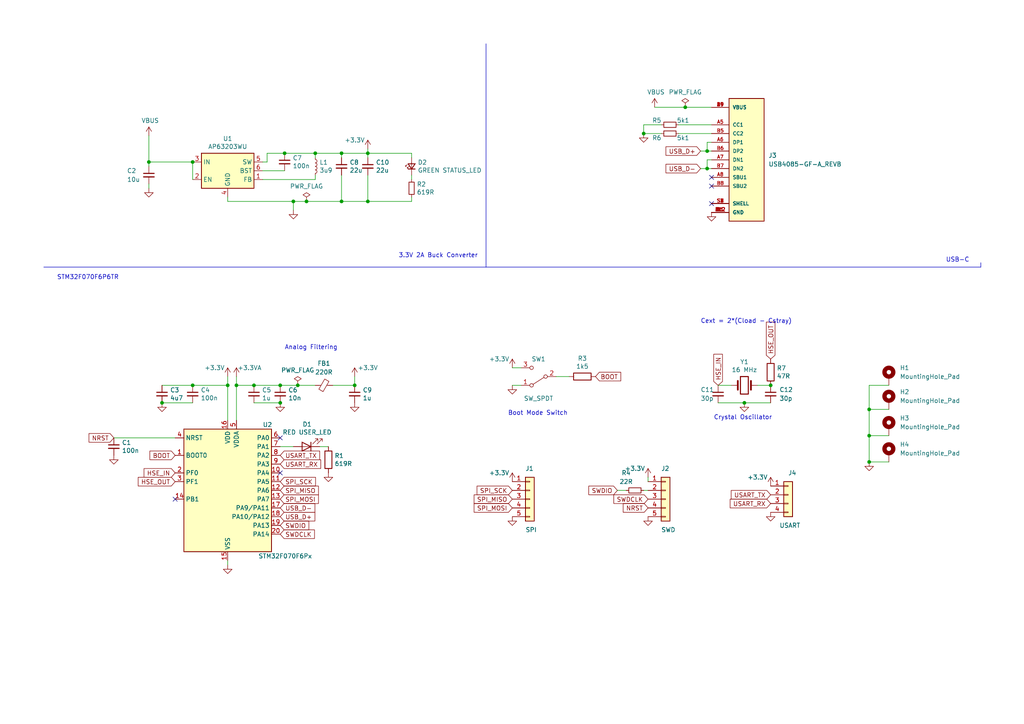
<source format=kicad_sch>
(kicad_sch (version 20230121) (generator eeschema)

  (uuid 86ef60d9-d6fd-4cc4-aa8a-366a9dd1e500)

  (paper "A4")

  (title_block
    (title "STM32 Breakout Board")
    (date "2023-05-23")
    (rev "0")
    (company "Seli K")
  )

  (lib_symbols
    (symbol "Connector_Generic:Conn_01x04" (pin_names (offset 1.016) hide) (in_bom yes) (on_board yes)
      (property "Reference" "J" (at 0 5.08 0)
        (effects (font (size 1.27 1.27)))
      )
      (property "Value" "Conn_01x04" (at 0 -7.62 0)
        (effects (font (size 1.27 1.27)))
      )
      (property "Footprint" "" (at 0 0 0)
        (effects (font (size 1.27 1.27)) hide)
      )
      (property "Datasheet" "~" (at 0 0 0)
        (effects (font (size 1.27 1.27)) hide)
      )
      (property "ki_keywords" "connector" (at 0 0 0)
        (effects (font (size 1.27 1.27)) hide)
      )
      (property "ki_description" "Generic connector, single row, 01x04, script generated (kicad-library-utils/schlib/autogen/connector/)" (at 0 0 0)
        (effects (font (size 1.27 1.27)) hide)
      )
      (property "ki_fp_filters" "Connector*:*_1x??_*" (at 0 0 0)
        (effects (font (size 1.27 1.27)) hide)
      )
      (symbol "Conn_01x04_1_1"
        (rectangle (start -1.27 -4.953) (end 0 -5.207)
          (stroke (width 0.1524) (type default))
          (fill (type none))
        )
        (rectangle (start -1.27 -2.413) (end 0 -2.667)
          (stroke (width 0.1524) (type default))
          (fill (type none))
        )
        (rectangle (start -1.27 0.127) (end 0 -0.127)
          (stroke (width 0.1524) (type default))
          (fill (type none))
        )
        (rectangle (start -1.27 2.667) (end 0 2.413)
          (stroke (width 0.1524) (type default))
          (fill (type none))
        )
        (rectangle (start -1.27 3.81) (end 1.27 -6.35)
          (stroke (width 0.254) (type default))
          (fill (type background))
        )
        (pin passive line (at -5.08 2.54 0) (length 3.81)
          (name "Pin_1" (effects (font (size 1.27 1.27))))
          (number "1" (effects (font (size 1.27 1.27))))
        )
        (pin passive line (at -5.08 0 0) (length 3.81)
          (name "Pin_2" (effects (font (size 1.27 1.27))))
          (number "2" (effects (font (size 1.27 1.27))))
        )
        (pin passive line (at -5.08 -2.54 0) (length 3.81)
          (name "Pin_3" (effects (font (size 1.27 1.27))))
          (number "3" (effects (font (size 1.27 1.27))))
        )
        (pin passive line (at -5.08 -5.08 0) (length 3.81)
          (name "Pin_4" (effects (font (size 1.27 1.27))))
          (number "4" (effects (font (size 1.27 1.27))))
        )
      )
    )
    (symbol "Connector_Generic:Conn_01x05" (pin_names (offset 1.016) hide) (in_bom yes) (on_board yes)
      (property "Reference" "J" (at 0 7.62 0)
        (effects (font (size 1.27 1.27)))
      )
      (property "Value" "Conn_01x05" (at 0 -7.62 0)
        (effects (font (size 1.27 1.27)))
      )
      (property "Footprint" "" (at 0 0 0)
        (effects (font (size 1.27 1.27)) hide)
      )
      (property "Datasheet" "~" (at 0 0 0)
        (effects (font (size 1.27 1.27)) hide)
      )
      (property "ki_keywords" "connector" (at 0 0 0)
        (effects (font (size 1.27 1.27)) hide)
      )
      (property "ki_description" "Generic connector, single row, 01x05, script generated (kicad-library-utils/schlib/autogen/connector/)" (at 0 0 0)
        (effects (font (size 1.27 1.27)) hide)
      )
      (property "ki_fp_filters" "Connector*:*_1x??_*" (at 0 0 0)
        (effects (font (size 1.27 1.27)) hide)
      )
      (symbol "Conn_01x05_1_1"
        (rectangle (start -1.27 -4.953) (end 0 -5.207)
          (stroke (width 0.1524) (type default))
          (fill (type none))
        )
        (rectangle (start -1.27 -2.413) (end 0 -2.667)
          (stroke (width 0.1524) (type default))
          (fill (type none))
        )
        (rectangle (start -1.27 0.127) (end 0 -0.127)
          (stroke (width 0.1524) (type default))
          (fill (type none))
        )
        (rectangle (start -1.27 2.667) (end 0 2.413)
          (stroke (width 0.1524) (type default))
          (fill (type none))
        )
        (rectangle (start -1.27 5.207) (end 0 4.953)
          (stroke (width 0.1524) (type default))
          (fill (type none))
        )
        (rectangle (start -1.27 6.35) (end 1.27 -6.35)
          (stroke (width 0.254) (type default))
          (fill (type background))
        )
        (pin passive line (at -5.08 5.08 0) (length 3.81)
          (name "Pin_1" (effects (font (size 1.27 1.27))))
          (number "1" (effects (font (size 1.27 1.27))))
        )
        (pin passive line (at -5.08 2.54 0) (length 3.81)
          (name "Pin_2" (effects (font (size 1.27 1.27))))
          (number "2" (effects (font (size 1.27 1.27))))
        )
        (pin passive line (at -5.08 0 0) (length 3.81)
          (name "Pin_3" (effects (font (size 1.27 1.27))))
          (number "3" (effects (font (size 1.27 1.27))))
        )
        (pin passive line (at -5.08 -2.54 0) (length 3.81)
          (name "Pin_4" (effects (font (size 1.27 1.27))))
          (number "4" (effects (font (size 1.27 1.27))))
        )
        (pin passive line (at -5.08 -5.08 0) (length 3.81)
          (name "Pin_5" (effects (font (size 1.27 1.27))))
          (number "5" (effects (font (size 1.27 1.27))))
        )
      )
    )
    (symbol "Device:C_Small" (pin_numbers hide) (pin_names (offset 0.254) hide) (in_bom yes) (on_board yes)
      (property "Reference" "C" (at 0.254 1.778 0)
        (effects (font (size 1.27 1.27)) (justify left))
      )
      (property "Value" "C_Small" (at 0.254 -2.032 0)
        (effects (font (size 1.27 1.27)) (justify left))
      )
      (property "Footprint" "" (at 0 0 0)
        (effects (font (size 1.27 1.27)) hide)
      )
      (property "Datasheet" "~" (at 0 0 0)
        (effects (font (size 1.27 1.27)) hide)
      )
      (property "ki_keywords" "capacitor cap" (at 0 0 0)
        (effects (font (size 1.27 1.27)) hide)
      )
      (property "ki_description" "Unpolarized capacitor, small symbol" (at 0 0 0)
        (effects (font (size 1.27 1.27)) hide)
      )
      (property "ki_fp_filters" "C_*" (at 0 0 0)
        (effects (font (size 1.27 1.27)) hide)
      )
      (symbol "C_Small_0_1"
        (polyline
          (pts
            (xy -1.524 -0.508)
            (xy 1.524 -0.508)
          )
          (stroke (width 0.3302) (type default))
          (fill (type none))
        )
        (polyline
          (pts
            (xy -1.524 0.508)
            (xy 1.524 0.508)
          )
          (stroke (width 0.3048) (type default))
          (fill (type none))
        )
      )
      (symbol "C_Small_1_1"
        (pin passive line (at 0 2.54 270) (length 2.032)
          (name "~" (effects (font (size 1.27 1.27))))
          (number "1" (effects (font (size 1.27 1.27))))
        )
        (pin passive line (at 0 -2.54 90) (length 2.032)
          (name "~" (effects (font (size 1.27 1.27))))
          (number "2" (effects (font (size 1.27 1.27))))
        )
      )
    )
    (symbol "Device:Crystal" (pin_numbers hide) (pin_names (offset 1.016) hide) (in_bom yes) (on_board yes)
      (property "Reference" "Y" (at 0 3.81 0)
        (effects (font (size 1.27 1.27)))
      )
      (property "Value" "Crystal" (at 0 -3.81 0)
        (effects (font (size 1.27 1.27)))
      )
      (property "Footprint" "" (at 0 0 0)
        (effects (font (size 1.27 1.27)) hide)
      )
      (property "Datasheet" "~" (at 0 0 0)
        (effects (font (size 1.27 1.27)) hide)
      )
      (property "ki_keywords" "quartz ceramic resonator oscillator" (at 0 0 0)
        (effects (font (size 1.27 1.27)) hide)
      )
      (property "ki_description" "Two pin crystal" (at 0 0 0)
        (effects (font (size 1.27 1.27)) hide)
      )
      (property "ki_fp_filters" "Crystal*" (at 0 0 0)
        (effects (font (size 1.27 1.27)) hide)
      )
      (symbol "Crystal_0_1"
        (rectangle (start -1.143 2.54) (end 1.143 -2.54)
          (stroke (width 0.3048) (type default))
          (fill (type none))
        )
        (polyline
          (pts
            (xy -2.54 0)
            (xy -1.905 0)
          )
          (stroke (width 0) (type default))
          (fill (type none))
        )
        (polyline
          (pts
            (xy -1.905 -1.27)
            (xy -1.905 1.27)
          )
          (stroke (width 0.508) (type default))
          (fill (type none))
        )
        (polyline
          (pts
            (xy 1.905 -1.27)
            (xy 1.905 1.27)
          )
          (stroke (width 0.508) (type default))
          (fill (type none))
        )
        (polyline
          (pts
            (xy 2.54 0)
            (xy 1.905 0)
          )
          (stroke (width 0) (type default))
          (fill (type none))
        )
      )
      (symbol "Crystal_1_1"
        (pin passive line (at -3.81 0 0) (length 1.27)
          (name "1" (effects (font (size 1.27 1.27))))
          (number "1" (effects (font (size 1.27 1.27))))
        )
        (pin passive line (at 3.81 0 180) (length 1.27)
          (name "2" (effects (font (size 1.27 1.27))))
          (number "2" (effects (font (size 1.27 1.27))))
        )
      )
    )
    (symbol "Device:FerriteBead_Small" (pin_numbers hide) (pin_names (offset 0)) (in_bom yes) (on_board yes)
      (property "Reference" "FB" (at 1.905 1.27 0)
        (effects (font (size 1.27 1.27)) (justify left))
      )
      (property "Value" "FerriteBead_Small" (at 1.905 -1.27 0)
        (effects (font (size 1.27 1.27)) (justify left))
      )
      (property "Footprint" "" (at -1.778 0 90)
        (effects (font (size 1.27 1.27)) hide)
      )
      (property "Datasheet" "~" (at 0 0 0)
        (effects (font (size 1.27 1.27)) hide)
      )
      (property "ki_keywords" "L ferrite bead inductor filter" (at 0 0 0)
        (effects (font (size 1.27 1.27)) hide)
      )
      (property "ki_description" "Ferrite bead, small symbol" (at 0 0 0)
        (effects (font (size 1.27 1.27)) hide)
      )
      (property "ki_fp_filters" "Inductor_* L_* *Ferrite*" (at 0 0 0)
        (effects (font (size 1.27 1.27)) hide)
      )
      (symbol "FerriteBead_Small_0_1"
        (polyline
          (pts
            (xy 0 -1.27)
            (xy 0 -0.7874)
          )
          (stroke (width 0) (type default))
          (fill (type none))
        )
        (polyline
          (pts
            (xy 0 0.889)
            (xy 0 1.2954)
          )
          (stroke (width 0) (type default))
          (fill (type none))
        )
        (polyline
          (pts
            (xy -1.8288 0.2794)
            (xy -1.1176 1.4986)
            (xy 1.8288 -0.2032)
            (xy 1.1176 -1.4224)
            (xy -1.8288 0.2794)
          )
          (stroke (width 0) (type default))
          (fill (type none))
        )
      )
      (symbol "FerriteBead_Small_1_1"
        (pin passive line (at 0 2.54 270) (length 1.27)
          (name "~" (effects (font (size 1.27 1.27))))
          (number "1" (effects (font (size 1.27 1.27))))
        )
        (pin passive line (at 0 -2.54 90) (length 1.27)
          (name "~" (effects (font (size 1.27 1.27))))
          (number "2" (effects (font (size 1.27 1.27))))
        )
      )
    )
    (symbol "Device:LED" (pin_numbers hide) (pin_names (offset 1.016) hide) (in_bom yes) (on_board yes)
      (property "Reference" "D" (at 0 2.54 0)
        (effects (font (size 1.27 1.27)))
      )
      (property "Value" "LED" (at 0 -2.54 0)
        (effects (font (size 1.27 1.27)))
      )
      (property "Footprint" "" (at 0 0 0)
        (effects (font (size 1.27 1.27)) hide)
      )
      (property "Datasheet" "~" (at 0 0 0)
        (effects (font (size 1.27 1.27)) hide)
      )
      (property "ki_keywords" "LED diode" (at 0 0 0)
        (effects (font (size 1.27 1.27)) hide)
      )
      (property "ki_description" "Light emitting diode" (at 0 0 0)
        (effects (font (size 1.27 1.27)) hide)
      )
      (property "ki_fp_filters" "LED* LED_SMD:* LED_THT:*" (at 0 0 0)
        (effects (font (size 1.27 1.27)) hide)
      )
      (symbol "LED_0_1"
        (polyline
          (pts
            (xy -1.27 -1.27)
            (xy -1.27 1.27)
          )
          (stroke (width 0.254) (type default))
          (fill (type none))
        )
        (polyline
          (pts
            (xy -1.27 0)
            (xy 1.27 0)
          )
          (stroke (width 0) (type default))
          (fill (type none))
        )
        (polyline
          (pts
            (xy 1.27 -1.27)
            (xy 1.27 1.27)
            (xy -1.27 0)
            (xy 1.27 -1.27)
          )
          (stroke (width 0.254) (type default))
          (fill (type none))
        )
        (polyline
          (pts
            (xy -3.048 -0.762)
            (xy -4.572 -2.286)
            (xy -3.81 -2.286)
            (xy -4.572 -2.286)
            (xy -4.572 -1.524)
          )
          (stroke (width 0) (type default))
          (fill (type none))
        )
        (polyline
          (pts
            (xy -1.778 -0.762)
            (xy -3.302 -2.286)
            (xy -2.54 -2.286)
            (xy -3.302 -2.286)
            (xy -3.302 -1.524)
          )
          (stroke (width 0) (type default))
          (fill (type none))
        )
      )
      (symbol "LED_1_1"
        (pin passive line (at -3.81 0 0) (length 2.54)
          (name "K" (effects (font (size 1.27 1.27))))
          (number "1" (effects (font (size 1.27 1.27))))
        )
        (pin passive line (at 3.81 0 180) (length 2.54)
          (name "A" (effects (font (size 1.27 1.27))))
          (number "2" (effects (font (size 1.27 1.27))))
        )
      )
    )
    (symbol "Device:LED_Small" (pin_numbers hide) (pin_names (offset 0.254) hide) (in_bom yes) (on_board yes)
      (property "Reference" "D" (at -1.27 3.175 0)
        (effects (font (size 1.27 1.27)) (justify left))
      )
      (property "Value" "LED_Small" (at -4.445 -2.54 0)
        (effects (font (size 1.27 1.27)) (justify left))
      )
      (property "Footprint" "" (at 0 0 90)
        (effects (font (size 1.27 1.27)) hide)
      )
      (property "Datasheet" "~" (at 0 0 90)
        (effects (font (size 1.27 1.27)) hide)
      )
      (property "ki_keywords" "LED diode light-emitting-diode" (at 0 0 0)
        (effects (font (size 1.27 1.27)) hide)
      )
      (property "ki_description" "Light emitting diode, small symbol" (at 0 0 0)
        (effects (font (size 1.27 1.27)) hide)
      )
      (property "ki_fp_filters" "LED* LED_SMD:* LED_THT:*" (at 0 0 0)
        (effects (font (size 1.27 1.27)) hide)
      )
      (symbol "LED_Small_0_1"
        (polyline
          (pts
            (xy -0.762 -1.016)
            (xy -0.762 1.016)
          )
          (stroke (width 0.254) (type default))
          (fill (type none))
        )
        (polyline
          (pts
            (xy 1.016 0)
            (xy -0.762 0)
          )
          (stroke (width 0) (type default))
          (fill (type none))
        )
        (polyline
          (pts
            (xy 0.762 -1.016)
            (xy -0.762 0)
            (xy 0.762 1.016)
            (xy 0.762 -1.016)
          )
          (stroke (width 0.254) (type default))
          (fill (type none))
        )
        (polyline
          (pts
            (xy 0 0.762)
            (xy -0.508 1.27)
            (xy -0.254 1.27)
            (xy -0.508 1.27)
            (xy -0.508 1.016)
          )
          (stroke (width 0) (type default))
          (fill (type none))
        )
        (polyline
          (pts
            (xy 0.508 1.27)
            (xy 0 1.778)
            (xy 0.254 1.778)
            (xy 0 1.778)
            (xy 0 1.524)
          )
          (stroke (width 0) (type default))
          (fill (type none))
        )
      )
      (symbol "LED_Small_1_1"
        (pin passive line (at -2.54 0 0) (length 1.778)
          (name "K" (effects (font (size 1.27 1.27))))
          (number "1" (effects (font (size 1.27 1.27))))
        )
        (pin passive line (at 2.54 0 180) (length 1.778)
          (name "A" (effects (font (size 1.27 1.27))))
          (number "2" (effects (font (size 1.27 1.27))))
        )
      )
    )
    (symbol "Device:L_Small" (pin_numbers hide) (pin_names (offset 0.254) hide) (in_bom yes) (on_board yes)
      (property "Reference" "L" (at 0.762 1.016 0)
        (effects (font (size 1.27 1.27)) (justify left))
      )
      (property "Value" "L_Small" (at 0.762 -1.016 0)
        (effects (font (size 1.27 1.27)) (justify left))
      )
      (property "Footprint" "" (at 0 0 0)
        (effects (font (size 1.27 1.27)) hide)
      )
      (property "Datasheet" "~" (at 0 0 0)
        (effects (font (size 1.27 1.27)) hide)
      )
      (property "ki_keywords" "inductor choke coil reactor magnetic" (at 0 0 0)
        (effects (font (size 1.27 1.27)) hide)
      )
      (property "ki_description" "Inductor, small symbol" (at 0 0 0)
        (effects (font (size 1.27 1.27)) hide)
      )
      (property "ki_fp_filters" "Choke_* *Coil* Inductor_* L_*" (at 0 0 0)
        (effects (font (size 1.27 1.27)) hide)
      )
      (symbol "L_Small_0_1"
        (arc (start 0 -2.032) (mid 0.5058 -1.524) (end 0 -1.016)
          (stroke (width 0) (type default))
          (fill (type none))
        )
        (arc (start 0 -1.016) (mid 0.5058 -0.508) (end 0 0)
          (stroke (width 0) (type default))
          (fill (type none))
        )
        (arc (start 0 0) (mid 0.5058 0.508) (end 0 1.016)
          (stroke (width 0) (type default))
          (fill (type none))
        )
        (arc (start 0 1.016) (mid 0.5058 1.524) (end 0 2.032)
          (stroke (width 0) (type default))
          (fill (type none))
        )
      )
      (symbol "L_Small_1_1"
        (pin passive line (at 0 2.54 270) (length 0.508)
          (name "~" (effects (font (size 1.27 1.27))))
          (number "1" (effects (font (size 1.27 1.27))))
        )
        (pin passive line (at 0 -2.54 90) (length 0.508)
          (name "~" (effects (font (size 1.27 1.27))))
          (number "2" (effects (font (size 1.27 1.27))))
        )
      )
    )
    (symbol "Device:R" (pin_numbers hide) (pin_names (offset 0)) (in_bom yes) (on_board yes)
      (property "Reference" "R" (at 2.032 0 90)
        (effects (font (size 1.27 1.27)))
      )
      (property "Value" "R" (at 0 0 90)
        (effects (font (size 1.27 1.27)))
      )
      (property "Footprint" "" (at -1.778 0 90)
        (effects (font (size 1.27 1.27)) hide)
      )
      (property "Datasheet" "~" (at 0 0 0)
        (effects (font (size 1.27 1.27)) hide)
      )
      (property "ki_keywords" "R res resistor" (at 0 0 0)
        (effects (font (size 1.27 1.27)) hide)
      )
      (property "ki_description" "Resistor" (at 0 0 0)
        (effects (font (size 1.27 1.27)) hide)
      )
      (property "ki_fp_filters" "R_*" (at 0 0 0)
        (effects (font (size 1.27 1.27)) hide)
      )
      (symbol "R_0_1"
        (rectangle (start -1.016 -2.54) (end 1.016 2.54)
          (stroke (width 0.254) (type default))
          (fill (type none))
        )
      )
      (symbol "R_1_1"
        (pin passive line (at 0 3.81 270) (length 1.27)
          (name "~" (effects (font (size 1.27 1.27))))
          (number "1" (effects (font (size 1.27 1.27))))
        )
        (pin passive line (at 0 -3.81 90) (length 1.27)
          (name "~" (effects (font (size 1.27 1.27))))
          (number "2" (effects (font (size 1.27 1.27))))
        )
      )
    )
    (symbol "Device:R_Small" (pin_numbers hide) (pin_names (offset 0.254) hide) (in_bom yes) (on_board yes)
      (property "Reference" "R" (at 0.762 0.508 0)
        (effects (font (size 1.27 1.27)) (justify left))
      )
      (property "Value" "R_Small" (at 0.762 -1.016 0)
        (effects (font (size 1.27 1.27)) (justify left))
      )
      (property "Footprint" "" (at 0 0 0)
        (effects (font (size 1.27 1.27)) hide)
      )
      (property "Datasheet" "~" (at 0 0 0)
        (effects (font (size 1.27 1.27)) hide)
      )
      (property "ki_keywords" "R resistor" (at 0 0 0)
        (effects (font (size 1.27 1.27)) hide)
      )
      (property "ki_description" "Resistor, small symbol" (at 0 0 0)
        (effects (font (size 1.27 1.27)) hide)
      )
      (property "ki_fp_filters" "R_*" (at 0 0 0)
        (effects (font (size 1.27 1.27)) hide)
      )
      (symbol "R_Small_0_1"
        (rectangle (start -0.762 1.778) (end 0.762 -1.778)
          (stroke (width 0.2032) (type default))
          (fill (type none))
        )
      )
      (symbol "R_Small_1_1"
        (pin passive line (at 0 2.54 270) (length 0.762)
          (name "~" (effects (font (size 1.27 1.27))))
          (number "1" (effects (font (size 1.27 1.27))))
        )
        (pin passive line (at 0 -2.54 90) (length 0.762)
          (name "~" (effects (font (size 1.27 1.27))))
          (number "2" (effects (font (size 1.27 1.27))))
        )
      )
    )
    (symbol "MCU_ST_STM32F0:STM32F070F6Px" (in_bom yes) (on_board yes)
      (property "Reference" "U" (at -12.7 19.05 0)
        (effects (font (size 1.27 1.27)) (justify left))
      )
      (property "Value" "STM32F070F6Px" (at 5.08 19.05 0)
        (effects (font (size 1.27 1.27)) (justify left))
      )
      (property "Footprint" "Package_SO:TSSOP-20_4.4x6.5mm_P0.65mm" (at -12.7 -17.78 0)
        (effects (font (size 1.27 1.27)) (justify right) hide)
      )
      (property "Datasheet" "https://www.st.com/resource/en/datasheet/stm32f070f6.pdf" (at 0 0 0)
        (effects (font (size 1.27 1.27)) hide)
      )
      (property "ki_locked" "" (at 0 0 0)
        (effects (font (size 1.27 1.27)))
      )
      (property "ki_keywords" "Arm Cortex-M0 STM32F0 STM32F0x0 Value Line" (at 0 0 0)
        (effects (font (size 1.27 1.27)) hide)
      )
      (property "ki_description" "STMicroelectronics Arm Cortex-M0 MCU, 32KB flash, 6KB RAM, 48 MHz, 2.4-3.6V, 15 GPIO, TSSOP20" (at 0 0 0)
        (effects (font (size 1.27 1.27)) hide)
      )
      (property "ki_fp_filters" "TSSOP*4.4x6.5mm*P0.65mm*" (at 0 0 0)
        (effects (font (size 1.27 1.27)) hide)
      )
      (symbol "STM32F070F6Px_0_1"
        (rectangle (start -12.7 -17.78) (end 12.7 17.78)
          (stroke (width 0.254) (type default))
          (fill (type background))
        )
      )
      (symbol "STM32F070F6Px_1_1"
        (pin input line (at -15.24 10.16 0) (length 2.54)
          (name "BOOT0" (effects (font (size 1.27 1.27))))
          (number "1" (effects (font (size 1.27 1.27))))
        )
        (pin bidirectional line (at 15.24 5.08 180) (length 2.54)
          (name "PA4" (effects (font (size 1.27 1.27))))
          (number "10" (effects (font (size 1.27 1.27))))
          (alternate "ADC_IN4" bidirectional line)
          (alternate "SPI1_NSS" bidirectional line)
          (alternate "TIM14_CH1" bidirectional line)
          (alternate "USART2_CK" bidirectional line)
          (alternate "USB_NOE" bidirectional line)
        )
        (pin bidirectional line (at 15.24 2.54 180) (length 2.54)
          (name "PA5" (effects (font (size 1.27 1.27))))
          (number "11" (effects (font (size 1.27 1.27))))
          (alternate "ADC_IN5" bidirectional line)
          (alternate "SPI1_SCK" bidirectional line)
        )
        (pin bidirectional line (at 15.24 0 180) (length 2.54)
          (name "PA6" (effects (font (size 1.27 1.27))))
          (number "12" (effects (font (size 1.27 1.27))))
          (alternate "ADC_IN6" bidirectional line)
          (alternate "SPI1_MISO" bidirectional line)
          (alternate "TIM16_CH1" bidirectional line)
          (alternate "TIM1_BKIN" bidirectional line)
          (alternate "TIM3_CH1" bidirectional line)
        )
        (pin bidirectional line (at 15.24 -2.54 180) (length 2.54)
          (name "PA7" (effects (font (size 1.27 1.27))))
          (number "13" (effects (font (size 1.27 1.27))))
          (alternate "ADC_IN7" bidirectional line)
          (alternate "SPI1_MOSI" bidirectional line)
          (alternate "TIM14_CH1" bidirectional line)
          (alternate "TIM17_CH1" bidirectional line)
          (alternate "TIM1_CH1N" bidirectional line)
          (alternate "TIM3_CH2" bidirectional line)
        )
        (pin bidirectional line (at -15.24 -2.54 0) (length 2.54)
          (name "PB1" (effects (font (size 1.27 1.27))))
          (number "14" (effects (font (size 1.27 1.27))))
          (alternate "ADC_IN9" bidirectional line)
          (alternate "TIM14_CH1" bidirectional line)
          (alternate "TIM1_CH3N" bidirectional line)
          (alternate "TIM3_CH4" bidirectional line)
        )
        (pin power_in line (at 0 -20.32 90) (length 2.54)
          (name "VSS" (effects (font (size 1.27 1.27))))
          (number "15" (effects (font (size 1.27 1.27))))
        )
        (pin power_in line (at 0 20.32 270) (length 2.54)
          (name "VDD" (effects (font (size 1.27 1.27))))
          (number "16" (effects (font (size 1.27 1.27))))
        )
        (pin bidirectional line (at 15.24 -5.08 180) (length 2.54)
          (name "PA9/PA11" (effects (font (size 1.27 1.27))))
          (number "17" (effects (font (size 1.27 1.27))))
          (alternate "I2C1_SCL" bidirectional line)
          (alternate "TIM1_CH2" bidirectional line)
          (alternate "USART1_TX" bidirectional line)
        )
        (pin bidirectional line (at 15.24 -7.62 180) (length 2.54)
          (name "PA10/PA12" (effects (font (size 1.27 1.27))))
          (number "18" (effects (font (size 1.27 1.27))))
          (alternate "I2C1_SDA" bidirectional line)
          (alternate "TIM17_BKIN" bidirectional line)
          (alternate "TIM1_CH3" bidirectional line)
          (alternate "USART1_RX" bidirectional line)
        )
        (pin bidirectional line (at 15.24 -10.16 180) (length 2.54)
          (name "PA13" (effects (font (size 1.27 1.27))))
          (number "19" (effects (font (size 1.27 1.27))))
          (alternate "IR_OUT" bidirectional line)
          (alternate "SYS_SWDIO" bidirectional line)
          (alternate "USB_NOE" bidirectional line)
        )
        (pin bidirectional line (at -15.24 5.08 0) (length 2.54)
          (name "PF0" (effects (font (size 1.27 1.27))))
          (number "2" (effects (font (size 1.27 1.27))))
          (alternate "I2C1_SDA" bidirectional line)
          (alternate "RCC_OSC_IN" bidirectional line)
        )
        (pin bidirectional line (at 15.24 -12.7 180) (length 2.54)
          (name "PA14" (effects (font (size 1.27 1.27))))
          (number "20" (effects (font (size 1.27 1.27))))
          (alternate "SYS_SWCLK" bidirectional line)
          (alternate "USART2_TX" bidirectional line)
        )
        (pin bidirectional line (at -15.24 2.54 0) (length 2.54)
          (name "PF1" (effects (font (size 1.27 1.27))))
          (number "3" (effects (font (size 1.27 1.27))))
          (alternate "I2C1_SCL" bidirectional line)
          (alternate "RCC_OSC_OUT" bidirectional line)
        )
        (pin input line (at -15.24 15.24 0) (length 2.54)
          (name "NRST" (effects (font (size 1.27 1.27))))
          (number "4" (effects (font (size 1.27 1.27))))
        )
        (pin power_in line (at 2.54 20.32 270) (length 2.54)
          (name "VDDA" (effects (font (size 1.27 1.27))))
          (number "5" (effects (font (size 1.27 1.27))))
        )
        (pin bidirectional line (at 15.24 15.24 180) (length 2.54)
          (name "PA0" (effects (font (size 1.27 1.27))))
          (number "6" (effects (font (size 1.27 1.27))))
          (alternate "ADC_IN0" bidirectional line)
          (alternate "RTC_TAMP2" bidirectional line)
          (alternate "SYS_WKUP1" bidirectional line)
          (alternate "USART2_CTS" bidirectional line)
        )
        (pin bidirectional line (at 15.24 12.7 180) (length 2.54)
          (name "PA1" (effects (font (size 1.27 1.27))))
          (number "7" (effects (font (size 1.27 1.27))))
          (alternate "ADC_IN1" bidirectional line)
          (alternate "USART2_DE" bidirectional line)
          (alternate "USART2_RTS" bidirectional line)
        )
        (pin bidirectional line (at 15.24 10.16 180) (length 2.54)
          (name "PA2" (effects (font (size 1.27 1.27))))
          (number "8" (effects (font (size 1.27 1.27))))
          (alternate "ADC_IN2" bidirectional line)
          (alternate "SYS_WKUP4" bidirectional line)
          (alternate "USART2_TX" bidirectional line)
        )
        (pin bidirectional line (at 15.24 7.62 180) (length 2.54)
          (name "PA3" (effects (font (size 1.27 1.27))))
          (number "9" (effects (font (size 1.27 1.27))))
          (alternate "ADC_IN3" bidirectional line)
          (alternate "USART2_RX" bidirectional line)
        )
      )
    )
    (symbol "Mechanical:MountingHole_Pad" (pin_numbers hide) (pin_names (offset 1.016) hide) (in_bom yes) (on_board yes)
      (property "Reference" "H" (at 0 6.35 0)
        (effects (font (size 1.27 1.27)))
      )
      (property "Value" "MountingHole_Pad" (at 0 4.445 0)
        (effects (font (size 1.27 1.27)))
      )
      (property "Footprint" "" (at 0 0 0)
        (effects (font (size 1.27 1.27)) hide)
      )
      (property "Datasheet" "~" (at 0 0 0)
        (effects (font (size 1.27 1.27)) hide)
      )
      (property "ki_keywords" "mounting hole" (at 0 0 0)
        (effects (font (size 1.27 1.27)) hide)
      )
      (property "ki_description" "Mounting Hole with connection" (at 0 0 0)
        (effects (font (size 1.27 1.27)) hide)
      )
      (property "ki_fp_filters" "MountingHole*Pad*" (at 0 0 0)
        (effects (font (size 1.27 1.27)) hide)
      )
      (symbol "MountingHole_Pad_0_1"
        (circle (center 0 1.27) (radius 1.27)
          (stroke (width 1.27) (type default))
          (fill (type none))
        )
      )
      (symbol "MountingHole_Pad_1_1"
        (pin input line (at 0 -2.54 90) (length 2.54)
          (name "1" (effects (font (size 1.27 1.27))))
          (number "1" (effects (font (size 1.27 1.27))))
        )
      )
    )
    (symbol "Regulator_Switching:AP63203WU" (in_bom yes) (on_board yes)
      (property "Reference" "U1" (at 0 9.3218 0)
        (effects (font (size 1.27 1.27)))
      )
      (property "Value" "AP63203WU" (at 0 7.0104 0)
        (effects (font (size 1.27 1.27)))
      )
      (property "Footprint" "Package_TO_SOT_SMD:TSOT-23-6" (at 0 -22.86 0)
        (effects (font (size 1.27 1.27)) hide)
      )
      (property "Datasheet" "https://www.diodes.com/assets/Datasheets/AP63200-AP63201-AP63203-AP63205.pdf" (at 0 0 0)
        (effects (font (size 1.27 1.27)) hide)
      )
      (property "ki_keywords" "2A Buck DC/DC" (at 0 0 0)
        (effects (font (size 1.27 1.27)) hide)
      )
      (property "ki_description" "2A, 1.1MHz Buck DC/DC Converter, fixed 3.3V output voltage, TSOT-23-6" (at 0 0 0)
        (effects (font (size 1.27 1.27)) hide)
      )
      (property "ki_fp_filters" "TSOT?23*" (at 0 0 0)
        (effects (font (size 1.27 1.27)) hide)
      )
      (symbol "AP63203WU_0_1"
        (rectangle (start -7.62 5.08) (end 7.62 -5.08)
          (stroke (width 0.254) (type default))
          (fill (type background))
        )
      )
      (symbol "AP63203WU_1_1"
        (pin input line (at 10.16 -2.54 180) (length 2.54)
          (name "FB" (effects (font (size 1.27 1.27))))
          (number "1" (effects (font (size 1.27 1.27))))
        )
        (pin input line (at -10.16 -2.54 0) (length 2.54)
          (name "EN" (effects (font (size 1.27 1.27))))
          (number "2" (effects (font (size 1.27 1.27))))
        )
        (pin power_in line (at -10.16 2.54 0) (length 2.54)
          (name "IN" (effects (font (size 1.27 1.27))))
          (number "3" (effects (font (size 1.27 1.27))))
        )
        (pin power_in line (at 0 -7.62 90) (length 2.54)
          (name "GND" (effects (font (size 1.27 1.27))))
          (number "4" (effects (font (size 1.27 1.27))))
        )
        (pin power_out line (at 10.16 2.54 180) (length 2.54)
          (name "SW" (effects (font (size 1.27 1.27))))
          (number "5" (effects (font (size 1.27 1.27))))
        )
        (pin passive line (at 10.16 0 180) (length 2.54)
          (name "BST" (effects (font (size 1.27 1.27))))
          (number "6" (effects (font (size 1.27 1.27))))
        )
      )
    )
    (symbol "Switch:SW_SPDT" (pin_names (offset 0) hide) (in_bom yes) (on_board yes)
      (property "Reference" "SW" (at 0 4.318 0)
        (effects (font (size 1.27 1.27)))
      )
      (property "Value" "SW_SPDT" (at 0 -5.08 0)
        (effects (font (size 1.27 1.27)))
      )
      (property "Footprint" "" (at 0 0 0)
        (effects (font (size 1.27 1.27)) hide)
      )
      (property "Datasheet" "~" (at 0 0 0)
        (effects (font (size 1.27 1.27)) hide)
      )
      (property "ki_keywords" "switch single-pole double-throw spdt ON-ON" (at 0 0 0)
        (effects (font (size 1.27 1.27)) hide)
      )
      (property "ki_description" "Switch, single pole double throw" (at 0 0 0)
        (effects (font (size 1.27 1.27)) hide)
      )
      (symbol "SW_SPDT_0_0"
        (circle (center -2.032 0) (radius 0.508)
          (stroke (width 0) (type default))
          (fill (type none))
        )
        (circle (center 2.032 -2.54) (radius 0.508)
          (stroke (width 0) (type default))
          (fill (type none))
        )
      )
      (symbol "SW_SPDT_0_1"
        (polyline
          (pts
            (xy -1.524 0.254)
            (xy 1.651 2.286)
          )
          (stroke (width 0) (type default))
          (fill (type none))
        )
        (circle (center 2.032 2.54) (radius 0.508)
          (stroke (width 0) (type default))
          (fill (type none))
        )
      )
      (symbol "SW_SPDT_1_1"
        (pin passive line (at 5.08 2.54 180) (length 2.54)
          (name "A" (effects (font (size 1.27 1.27))))
          (number "1" (effects (font (size 1.27 1.27))))
        )
        (pin passive line (at -5.08 0 0) (length 2.54)
          (name "B" (effects (font (size 1.27 1.27))))
          (number "2" (effects (font (size 1.27 1.27))))
        )
        (pin passive line (at 5.08 -2.54 180) (length 2.54)
          (name "C" (effects (font (size 1.27 1.27))))
          (number "3" (effects (font (size 1.27 1.27))))
        )
      )
    )
    (symbol "USB4085-GF-A_REVB:USB4085-GF-A_REVB" (pin_names (offset 1.016)) (in_bom yes) (on_board yes)
      (property "Reference" "J" (at -5.08 18.288 0)
        (effects (font (size 1.27 1.27)) (justify left bottom))
      )
      (property "Value" "USB4085-GF-A_REVB" (at -5.08 -20.32 0)
        (effects (font (size 1.27 1.27)) (justify left bottom))
      )
      (property "Footprint" "GCT_USB4085-GF-A_REVB" (at 0 0 0)
        (effects (font (size 1.27 1.27)) (justify bottom) hide)
      )
      (property "Datasheet" "" (at 0 0 0)
        (effects (font (size 1.27 1.27)) hide)
      )
      (property "PARTREV" "B" (at 0 0 0)
        (effects (font (size 1.27 1.27)) (justify bottom) hide)
      )
      (property "STANDARD" "Manufacturer Recommendations" (at 0 0 0)
        (effects (font (size 1.27 1.27)) (justify bottom) hide)
      )
      (property "SNAPEDA_PN" "USB4085-GF-A" (at 0 0 0)
        (effects (font (size 1.27 1.27)) (justify bottom) hide)
      )
      (property "MAXIMUM_PACKAGE_HEIGHT" "3.16mm" (at 0 0 0)
        (effects (font (size 1.27 1.27)) (justify bottom) hide)
      )
      (property "MANUFACTURER" "Global Connector Technology" (at 0 0 0)
        (effects (font (size 1.27 1.27)) (justify bottom) hide)
      )
      (symbol "USB4085-GF-A_REVB_0_0"
        (rectangle (start -5.08 -17.78) (end 5.08 17.78)
          (stroke (width 0.254) (type default))
          (fill (type background))
        )
        (pin power_in line (at -10.16 -15.24 0) (length 5.08)
          (name "GND" (effects (font (size 1.016 1.016))))
          (number "A1" (effects (font (size 1.016 1.016))))
        )
        (pin power_in line (at -10.16 -15.24 0) (length 5.08)
          (name "GND" (effects (font (size 1.016 1.016))))
          (number "A12" (effects (font (size 1.016 1.016))))
        )
        (pin power_in line (at -10.16 15.24 0) (length 5.08)
          (name "VBUS" (effects (font (size 1.016 1.016))))
          (number "A4" (effects (font (size 1.016 1.016))))
        )
        (pin bidirectional line (at -10.16 10.16 0) (length 5.08)
          (name "CC1" (effects (font (size 1.016 1.016))))
          (number "A5" (effects (font (size 1.016 1.016))))
        )
        (pin bidirectional line (at -10.16 5.08 0) (length 5.08)
          (name "DP1" (effects (font (size 1.016 1.016))))
          (number "A6" (effects (font (size 1.016 1.016))))
        )
        (pin bidirectional line (at -10.16 0 0) (length 5.08)
          (name "DN1" (effects (font (size 1.016 1.016))))
          (number "A7" (effects (font (size 1.016 1.016))))
        )
        (pin bidirectional line (at -10.16 -5.08 0) (length 5.08)
          (name "SBU1" (effects (font (size 1.016 1.016))))
          (number "A8" (effects (font (size 1.016 1.016))))
        )
        (pin power_in line (at -10.16 15.24 0) (length 5.08)
          (name "VBUS" (effects (font (size 1.016 1.016))))
          (number "A9" (effects (font (size 1.016 1.016))))
        )
        (pin power_in line (at -10.16 -15.24 0) (length 5.08)
          (name "GND" (effects (font (size 1.016 1.016))))
          (number "B1" (effects (font (size 1.016 1.016))))
        )
        (pin power_in line (at -10.16 -15.24 0) (length 5.08)
          (name "GND" (effects (font (size 1.016 1.016))))
          (number "B12" (effects (font (size 1.016 1.016))))
        )
        (pin power_in line (at -10.16 15.24 0) (length 5.08)
          (name "VBUS" (effects (font (size 1.016 1.016))))
          (number "B4" (effects (font (size 1.016 1.016))))
        )
        (pin bidirectional line (at -10.16 7.62 0) (length 5.08)
          (name "CC2" (effects (font (size 1.016 1.016))))
          (number "B5" (effects (font (size 1.016 1.016))))
        )
        (pin bidirectional line (at -10.16 2.54 0) (length 5.08)
          (name "DP2" (effects (font (size 1.016 1.016))))
          (number "B6" (effects (font (size 1.016 1.016))))
        )
        (pin bidirectional line (at -10.16 -2.54 0) (length 5.08)
          (name "DN2" (effects (font (size 1.016 1.016))))
          (number "B7" (effects (font (size 1.016 1.016))))
        )
        (pin bidirectional line (at -10.16 -7.62 0) (length 5.08)
          (name "SBU2" (effects (font (size 1.016 1.016))))
          (number "B8" (effects (font (size 1.016 1.016))))
        )
        (pin power_in line (at -10.16 15.24 0) (length 5.08)
          (name "VBUS" (effects (font (size 1.016 1.016))))
          (number "B9" (effects (font (size 1.016 1.016))))
        )
        (pin passive line (at -10.16 -12.7 0) (length 5.08)
          (name "SHELL" (effects (font (size 1.016 1.016))))
          (number "S1" (effects (font (size 1.016 1.016))))
        )
        (pin passive line (at -10.16 -12.7 0) (length 5.08)
          (name "SHELL" (effects (font (size 1.016 1.016))))
          (number "S2" (effects (font (size 1.016 1.016))))
        )
        (pin passive line (at -10.16 -12.7 0) (length 5.08)
          (name "SHELL" (effects (font (size 1.016 1.016))))
          (number "S3" (effects (font (size 1.016 1.016))))
        )
        (pin passive line (at -10.16 -12.7 0) (length 5.08)
          (name "SHELL" (effects (font (size 1.016 1.016))))
          (number "S4" (effects (font (size 1.016 1.016))))
        )
      )
    )
    (symbol "power:+3.3V" (power) (pin_names (offset 0)) (in_bom yes) (on_board yes)
      (property "Reference" "#PWR" (at 0 -3.81 0)
        (effects (font (size 1.27 1.27)) hide)
      )
      (property "Value" "+3.3V" (at 0 3.556 0)
        (effects (font (size 1.27 1.27)))
      )
      (property "Footprint" "" (at 0 0 0)
        (effects (font (size 1.27 1.27)) hide)
      )
      (property "Datasheet" "" (at 0 0 0)
        (effects (font (size 1.27 1.27)) hide)
      )
      (property "ki_keywords" "global power" (at 0 0 0)
        (effects (font (size 1.27 1.27)) hide)
      )
      (property "ki_description" "Power symbol creates a global label with name \"+3.3V\"" (at 0 0 0)
        (effects (font (size 1.27 1.27)) hide)
      )
      (symbol "+3.3V_0_1"
        (polyline
          (pts
            (xy -0.762 1.27)
            (xy 0 2.54)
          )
          (stroke (width 0) (type default))
          (fill (type none))
        )
        (polyline
          (pts
            (xy 0 0)
            (xy 0 2.54)
          )
          (stroke (width 0) (type default))
          (fill (type none))
        )
        (polyline
          (pts
            (xy 0 2.54)
            (xy 0.762 1.27)
          )
          (stroke (width 0) (type default))
          (fill (type none))
        )
      )
      (symbol "+3.3V_1_1"
        (pin power_in line (at 0 0 90) (length 0) hide
          (name "+3.3V" (effects (font (size 1.27 1.27))))
          (number "1" (effects (font (size 1.27 1.27))))
        )
      )
    )
    (symbol "power:+3.3VA" (power) (pin_names (offset 0)) (in_bom yes) (on_board yes)
      (property "Reference" "#PWR" (at 0 -3.81 0)
        (effects (font (size 1.27 1.27)) hide)
      )
      (property "Value" "+3.3VA" (at 0 3.556 0)
        (effects (font (size 1.27 1.27)))
      )
      (property "Footprint" "" (at 0 0 0)
        (effects (font (size 1.27 1.27)) hide)
      )
      (property "Datasheet" "" (at 0 0 0)
        (effects (font (size 1.27 1.27)) hide)
      )
      (property "ki_keywords" "global power" (at 0 0 0)
        (effects (font (size 1.27 1.27)) hide)
      )
      (property "ki_description" "Power symbol creates a global label with name \"+3.3VA\"" (at 0 0 0)
        (effects (font (size 1.27 1.27)) hide)
      )
      (symbol "+3.3VA_0_1"
        (polyline
          (pts
            (xy -0.762 1.27)
            (xy 0 2.54)
          )
          (stroke (width 0) (type default))
          (fill (type none))
        )
        (polyline
          (pts
            (xy 0 0)
            (xy 0 2.54)
          )
          (stroke (width 0) (type default))
          (fill (type none))
        )
        (polyline
          (pts
            (xy 0 2.54)
            (xy 0.762 1.27)
          )
          (stroke (width 0) (type default))
          (fill (type none))
        )
      )
      (symbol "+3.3VA_1_1"
        (pin power_in line (at 0 0 90) (length 0) hide
          (name "+3.3VA" (effects (font (size 1.27 1.27))))
          (number "1" (effects (font (size 1.27 1.27))))
        )
      )
    )
    (symbol "power:GND" (power) (pin_names (offset 0)) (in_bom yes) (on_board yes)
      (property "Reference" "#PWR" (at 0 -6.35 0)
        (effects (font (size 1.27 1.27)) hide)
      )
      (property "Value" "GND" (at 0 -3.81 0)
        (effects (font (size 1.27 1.27)))
      )
      (property "Footprint" "" (at 0 0 0)
        (effects (font (size 1.27 1.27)) hide)
      )
      (property "Datasheet" "" (at 0 0 0)
        (effects (font (size 1.27 1.27)) hide)
      )
      (property "ki_keywords" "global power" (at 0 0 0)
        (effects (font (size 1.27 1.27)) hide)
      )
      (property "ki_description" "Power symbol creates a global label with name \"GND\" , ground" (at 0 0 0)
        (effects (font (size 1.27 1.27)) hide)
      )
      (symbol "GND_0_1"
        (polyline
          (pts
            (xy 0 0)
            (xy 0 -1.27)
            (xy 1.27 -1.27)
            (xy 0 -2.54)
            (xy -1.27 -1.27)
            (xy 0 -1.27)
          )
          (stroke (width 0) (type default))
          (fill (type none))
        )
      )
      (symbol "GND_1_1"
        (pin power_in line (at 0 0 270) (length 0) hide
          (name "GND" (effects (font (size 1.27 1.27))))
          (number "1" (effects (font (size 1.27 1.27))))
        )
      )
    )
    (symbol "power:PWR_FLAG" (power) (pin_numbers hide) (pin_names (offset 0) hide) (in_bom yes) (on_board yes)
      (property "Reference" "#FLG" (at 0 1.905 0)
        (effects (font (size 1.27 1.27)) hide)
      )
      (property "Value" "PWR_FLAG" (at 0 3.81 0)
        (effects (font (size 1.27 1.27)))
      )
      (property "Footprint" "" (at 0 0 0)
        (effects (font (size 1.27 1.27)) hide)
      )
      (property "Datasheet" "~" (at 0 0 0)
        (effects (font (size 1.27 1.27)) hide)
      )
      (property "ki_keywords" "flag power" (at 0 0 0)
        (effects (font (size 1.27 1.27)) hide)
      )
      (property "ki_description" "Special symbol for telling ERC where power comes from" (at 0 0 0)
        (effects (font (size 1.27 1.27)) hide)
      )
      (symbol "PWR_FLAG_0_0"
        (pin power_out line (at 0 0 90) (length 0)
          (name "pwr" (effects (font (size 1.27 1.27))))
          (number "1" (effects (font (size 1.27 1.27))))
        )
      )
      (symbol "PWR_FLAG_0_1"
        (polyline
          (pts
            (xy 0 0)
            (xy 0 1.27)
            (xy -1.016 1.905)
            (xy 0 2.54)
            (xy 1.016 1.905)
            (xy 0 1.27)
          )
          (stroke (width 0) (type default))
          (fill (type none))
        )
      )
    )
    (symbol "power:VBUS" (power) (pin_names (offset 0)) (in_bom yes) (on_board yes)
      (property "Reference" "#PWR" (at 0 -3.81 0)
        (effects (font (size 1.27 1.27)) hide)
      )
      (property "Value" "VBUS" (at 0 3.81 0)
        (effects (font (size 1.27 1.27)))
      )
      (property "Footprint" "" (at 0 0 0)
        (effects (font (size 1.27 1.27)) hide)
      )
      (property "Datasheet" "" (at 0 0 0)
        (effects (font (size 1.27 1.27)) hide)
      )
      (property "ki_keywords" "global power" (at 0 0 0)
        (effects (font (size 1.27 1.27)) hide)
      )
      (property "ki_description" "Power symbol creates a global label with name \"VBUS\"" (at 0 0 0)
        (effects (font (size 1.27 1.27)) hide)
      )
      (symbol "VBUS_0_1"
        (polyline
          (pts
            (xy -0.762 1.27)
            (xy 0 2.54)
          )
          (stroke (width 0) (type default))
          (fill (type none))
        )
        (polyline
          (pts
            (xy 0 0)
            (xy 0 2.54)
          )
          (stroke (width 0) (type default))
          (fill (type none))
        )
        (polyline
          (pts
            (xy 0 2.54)
            (xy 0.762 1.27)
          )
          (stroke (width 0) (type default))
          (fill (type none))
        )
      )
      (symbol "VBUS_1_1"
        (pin power_in line (at 0 0 90) (length 0) hide
          (name "VBUS" (effects (font (size 1.27 1.27))))
          (number "1" (effects (font (size 1.27 1.27))))
        )
      )
    )
  )

  (junction (at 46.99 116.84) (diameter 0) (color 0 0 0 0)
    (uuid 0a11781e-61d0-405e-8549-24238e31c24f)
  )
  (junction (at 55.88 111.76) (diameter 0) (color 0 0 0 0)
    (uuid 1a48e3f7-02ba-45d8-bc9a-6e5ec8b77ba1)
  )
  (junction (at 252.095 126.365) (diameter 0) (color 0 0 0 0)
    (uuid 2c2745e4-08d9-4f6c-83f2-7687b2e9e301)
  )
  (junction (at 86.36 111.76) (diameter 0) (color 0 0 0 0)
    (uuid 2e068fb7-00ef-4775-8bcd-30bbfa050394)
  )
  (junction (at 223.52 111.76) (diameter 0) (color 0 0 0 0)
    (uuid 2f890f96-a364-4916-ac7a-fecbee1be2b7)
  )
  (junction (at 82.55 44.45) (diameter 0) (color 0 0 0 0)
    (uuid 33021f37-38c9-4de7-9e4f-145ea1dee402)
  )
  (junction (at 66.04 111.76) (diameter 0) (color 0 0 0 0)
    (uuid 3df0363f-0b31-4301-9df7-f67dea4766ec)
  )
  (junction (at 102.87 111.76) (diameter 0) (color 0 0 0 0)
    (uuid 404ff311-5383-465f-abb7-55155c62ea39)
  )
  (junction (at 85.09 58.42) (diameter 0) (color 0 0 0 0)
    (uuid 480bc035-3272-4f10-a217-6e024d24ddbc)
  )
  (junction (at 81.28 111.76) (diameter 0) (color 0 0 0 0)
    (uuid 5881e080-da54-40de-ad75-a5f5fd5b5a80)
  )
  (junction (at 88.9 58.42) (diameter 0) (color 0 0 0 0)
    (uuid 5bc85f97-ae93-4692-80f3-dd52d1a4ed51)
  )
  (junction (at 99.06 44.45) (diameter 0) (color 0 0 0 0)
    (uuid 71eff5c7-a2bb-4170-be57-6f675dfd2420)
  )
  (junction (at 186.69 38.735) (diameter 0) (color 0 0 0 0)
    (uuid 7775997e-9c1a-40da-9e36-16aa7db8904c)
  )
  (junction (at 73.66 111.76) (diameter 0) (color 0 0 0 0)
    (uuid 856818f0-9648-4e1c-bef9-50b1734e52dc)
  )
  (junction (at 43.18 46.99) (diameter 0) (color 0 0 0 0)
    (uuid 96c72f9a-6576-4a45-9267-2662f75da168)
  )
  (junction (at 55.88 46.99) (diameter 0) (color 0 0 0 0)
    (uuid a3313ea7-f03e-43a6-a2a3-ef8f05ec05ca)
  )
  (junction (at 252.095 133.985) (diameter 0) (color 0 0 0 0)
    (uuid a3e58fce-b4c8-451d-b884-e91dafb33cca)
  )
  (junction (at 215.9 116.84) (diameter 0) (color 0 0 0 0)
    (uuid b00f7f8c-75fc-4da6-9637-0f8cead18690)
  )
  (junction (at 198.755 31.115) (diameter 0) (color 0 0 0 0)
    (uuid b74c1131-00c6-4128-b8ae-6957eccbc837)
  )
  (junction (at 99.06 58.42) (diameter 0) (color 0 0 0 0)
    (uuid b80d4b3d-4d90-4b3a-8f43-5a69080f8b65)
  )
  (junction (at 106.68 44.45) (diameter 0) (color 0 0 0 0)
    (uuid bc76d1fe-547f-4b7c-ba82-d42ec7ee1992)
  )
  (junction (at 91.44 44.45) (diameter 0) (color 0 0 0 0)
    (uuid c41f74f7-28b1-4d4d-8a79-eba4505e3f67)
  )
  (junction (at 81.28 116.84) (diameter 0) (color 0 0 0 0)
    (uuid c934c8c6-c3dc-4f0b-b658-970b1ca2d404)
  )
  (junction (at 205.105 48.895) (diameter 0) (color 0 0 0 0)
    (uuid d41114cd-f55f-46ae-a939-e479377898ee)
  )
  (junction (at 68.58 111.76) (diameter 0) (color 0 0 0 0)
    (uuid d73aa99d-0ac3-473c-9de1-9aef9add9b6b)
  )
  (junction (at 106.68 58.42) (diameter 0) (color 0 0 0 0)
    (uuid d99bd866-c9cd-4a8c-9967-53fcd6007488)
  )
  (junction (at 205.105 43.815) (diameter 0) (color 0 0 0 0)
    (uuid e55ee1df-6e69-43c1-9a61-ab4da0367f19)
  )
  (junction (at 252.095 118.745) (diameter 0) (color 0 0 0 0)
    (uuid e7c976ae-1502-4720-8b39-9f8075d55f38)
  )

  (no_connect (at 206.375 51.435) (uuid 0907b967-52e0-4aa5-bc00-eb03a66b7a8c))
  (no_connect (at 206.375 59.055) (uuid 3acf85ce-83f0-4102-9eca-070ee62d6f39))
  (no_connect (at 81.28 137.16) (uuid 55767e43-50b8-4f9b-a6ee-6eee99f25491))
  (no_connect (at 206.375 53.975) (uuid 75c8e782-4112-4c6a-86d9-d60ee4fce191))
  (no_connect (at 81.28 127) (uuid a756acfc-afe8-4dbe-b476-b37b59ec53bc))
  (no_connect (at 50.8 144.78) (uuid ad25b818-b365-45de-a129-12d69cc2beb4))

  (wire (pts (xy 252.095 118.745) (xy 252.095 111.76))
    (stroke (width 0) (type default))
    (uuid 03d5ab44-fc0b-4c33-ac16-9f84631b8bf7)
  )
  (wire (pts (xy 148.59 106.68) (xy 151.13 106.68))
    (stroke (width 0) (type default))
    (uuid 05a72dbf-e8bb-4094-9f0c-5e1e663f842c)
  )
  (wire (pts (xy 33.02 127) (xy 50.8 127))
    (stroke (width 0) (type default))
    (uuid 09618a01-dd43-4559-b9e3-908c82a58700)
  )
  (wire (pts (xy 186.69 36.195) (xy 191.77 36.195))
    (stroke (width 0) (type default))
    (uuid 0aca084f-0e90-4f41-917e-f31551717f8b)
  )
  (wire (pts (xy 252.095 133.985) (xy 252.095 126.365))
    (stroke (width 0) (type default))
    (uuid 0d695b8e-f21d-434f-9978-b632251d48c7)
  )
  (wire (pts (xy 77.47 44.45) (xy 82.55 44.45))
    (stroke (width 0) (type default))
    (uuid 0e32ca0e-1ee0-4a4b-b53b-23aebb8c97d1)
  )
  (wire (pts (xy 161.29 109.22) (xy 165.1 109.22))
    (stroke (width 0) (type default))
    (uuid 0f1893e0-a4c4-4daa-924e-0e3132095ff2)
  )
  (wire (pts (xy 208.28 111.76) (xy 212.09 111.76))
    (stroke (width 0) (type default))
    (uuid 0f9f60e0-3025-462a-8ed6-c01557f7adfc)
  )
  (wire (pts (xy 43.18 39.37) (xy 43.18 46.99))
    (stroke (width 0) (type default))
    (uuid 11e29ee8-8d34-4ca0-b5c1-5360a2e7531b)
  )
  (wire (pts (xy 206.375 41.275) (xy 205.105 41.275))
    (stroke (width 0) (type default))
    (uuid 144c4d8d-02f5-4a82-b7ca-bcae9ec5944a)
  )
  (wire (pts (xy 66.04 111.76) (xy 66.04 121.92))
    (stroke (width 0) (type default))
    (uuid 1ea3eac3-5293-4016-9298-8d241a950a2d)
  )
  (wire (pts (xy 208.28 116.84) (xy 215.9 116.84))
    (stroke (width 0) (type default))
    (uuid 2e64d709-abce-4e3a-8736-152c712946b8)
  )
  (wire (pts (xy 215.9 116.84) (xy 223.52 116.84))
    (stroke (width 0) (type default))
    (uuid 2f7f9516-055d-45af-96a7-b9c9acb1e895)
  )
  (wire (pts (xy 119.38 50.8) (xy 119.38 52.07))
    (stroke (width 0) (type default))
    (uuid 2fe8cb17-81b7-4762-8b63-6a2a307f1c26)
  )
  (wire (pts (xy 119.38 45.72) (xy 119.38 44.45))
    (stroke (width 0) (type default))
    (uuid 2ffba39f-cef8-4e2c-89bd-20821b98fb9f)
  )
  (wire (pts (xy 198.755 31.115) (xy 206.375 31.115))
    (stroke (width 0) (type default))
    (uuid 38653259-207d-480b-9053-7467e8bdb768)
  )
  (wire (pts (xy 55.88 52.07) (xy 55.88 46.99))
    (stroke (width 0) (type default))
    (uuid 430cb969-d760-4684-b9f1-36a774f08e37)
  )
  (wire (pts (xy 99.06 44.45) (xy 91.44 44.45))
    (stroke (width 0) (type default))
    (uuid 48132d95-8cee-4666-b6b4-f11d662c0d8d)
  )
  (polyline (pts (xy 140.97 12.7) (xy 140.97 77.47))
    (stroke (width 0) (type default))
    (uuid 48270d9e-40fe-401e-9066-5365e7120679)
  )

  (wire (pts (xy 106.68 44.45) (xy 99.06 44.45))
    (stroke (width 0) (type default))
    (uuid 4e6728fe-8bab-4378-970d-ebec1019c4ad)
  )
  (wire (pts (xy 91.44 52.07) (xy 76.2 52.07))
    (stroke (width 0) (type default))
    (uuid 566a5e88-c5fc-4b46-a29a-70b134ea791b)
  )
  (wire (pts (xy 252.095 118.745) (xy 257.81 118.745))
    (stroke (width 0) (type default))
    (uuid 5703511d-bb71-4d1f-9cd0-ac131fffeb75)
  )
  (wire (pts (xy 205.105 43.815) (xy 203.2 43.815))
    (stroke (width 0) (type default))
    (uuid 594c48cf-cc3b-476a-8a14-9c46580a9b48)
  )
  (wire (pts (xy 99.06 58.42) (xy 106.68 58.42))
    (stroke (width 0) (type default))
    (uuid 5af44ba8-4136-46de-931b-6a06a0533fff)
  )
  (wire (pts (xy 43.18 46.99) (xy 43.18 48.26))
    (stroke (width 0) (type default))
    (uuid 5db36361-23ad-4b2b-9b46-6974771cbc18)
  )
  (wire (pts (xy 99.06 58.42) (xy 88.9 58.42))
    (stroke (width 0) (type default))
    (uuid 5f84513c-c6c3-4fba-933b-41fb61ce9cd9)
  )
  (wire (pts (xy 119.38 57.15) (xy 119.38 58.42))
    (stroke (width 0) (type default))
    (uuid 61766bf5-b65a-40a5-b84c-cb2aa7991e9d)
  )
  (wire (pts (xy 85.09 58.42) (xy 66.04 58.42))
    (stroke (width 0) (type default))
    (uuid 650a12c0-5b07-415c-81f3-78657105de8d)
  )
  (wire (pts (xy 106.68 44.45) (xy 119.38 44.45))
    (stroke (width 0) (type default))
    (uuid 6c327a5a-c09e-4271-9bd3-79bd7875a8d4)
  )
  (wire (pts (xy 76.2 49.53) (xy 82.55 49.53))
    (stroke (width 0) (type default))
    (uuid 6dc9492e-a6ed-48c7-8d1e-16f115c0cf2e)
  )
  (wire (pts (xy 205.105 41.275) (xy 205.105 43.815))
    (stroke (width 0) (type default))
    (uuid 6e7ca191-6602-4cd5-8f34-a3b2cdd57ec3)
  )
  (wire (pts (xy 148.59 111.76) (xy 151.13 111.76))
    (stroke (width 0) (type default))
    (uuid 7061d2c3-afd3-4772-a732-39a598b8bc1e)
  )
  (wire (pts (xy 88.9 58.42) (xy 85.09 58.42))
    (stroke (width 0) (type default))
    (uuid 75b7e7ac-4935-44fb-9c63-d99945b5f107)
  )
  (wire (pts (xy 196.85 38.735) (xy 206.375 38.735))
    (stroke (width 0) (type default))
    (uuid 75bfa743-2498-493a-b8f0-225a368dbb9f)
  )
  (wire (pts (xy 66.04 109.22) (xy 66.04 111.76))
    (stroke (width 0) (type default))
    (uuid 77e5098d-bcfa-49f6-b04e-ba9f008a3e79)
  )
  (wire (pts (xy 106.68 44.45) (xy 106.68 45.72))
    (stroke (width 0) (type default))
    (uuid 7d7e4a52-4734-40a1-88bc-25586b6a8685)
  )
  (wire (pts (xy 73.66 111.76) (xy 68.58 111.76))
    (stroke (width 0) (type default))
    (uuid 7e57f39f-dfd4-457f-99dc-146c4bef4259)
  )
  (wire (pts (xy 66.04 57.15) (xy 66.04 58.42))
    (stroke (width 0) (type default))
    (uuid 821a92b0-c06e-4e54-913a-c615656df86f)
  )
  (wire (pts (xy 66.04 162.56) (xy 66.04 163.83))
    (stroke (width 0) (type default))
    (uuid 83259777-34b5-47f2-ba1c-b1fdc4606826)
  )
  (wire (pts (xy 205.105 48.895) (xy 205.105 46.355))
    (stroke (width 0) (type default))
    (uuid 8446bbb4-7dc8-4652-83cb-7ca25d7e5f40)
  )
  (wire (pts (xy 46.99 111.76) (xy 55.88 111.76))
    (stroke (width 0) (type default))
    (uuid 8598d578-6325-4fe6-b20d-49e5d90278ed)
  )
  (wire (pts (xy 82.55 44.45) (xy 91.44 44.45))
    (stroke (width 0) (type default))
    (uuid 87d7fcff-9418-40ba-9379-59280718f4a2)
  )
  (wire (pts (xy 205.105 43.815) (xy 206.375 43.815))
    (stroke (width 0) (type default))
    (uuid 8994199d-7a9c-4fe9-99b5-c3357ed8904d)
  )
  (wire (pts (xy 205.105 48.895) (xy 206.375 48.895))
    (stroke (width 0) (type default))
    (uuid 8fac9bde-ad54-4606-ab87-6f8897ed6e42)
  )
  (wire (pts (xy 76.2 46.99) (xy 77.47 46.99))
    (stroke (width 0) (type default))
    (uuid 915bc537-f763-4c94-a60c-40cf7a82de57)
  )
  (wire (pts (xy 81.28 111.76) (xy 73.66 111.76))
    (stroke (width 0) (type default))
    (uuid 91e1b1d7-ede1-41ef-93a4-bb747474b578)
  )
  (wire (pts (xy 91.44 44.45) (xy 91.44 45.72))
    (stroke (width 0) (type default))
    (uuid 93434ac1-430e-4108-a22d-f2491d1d4826)
  )
  (wire (pts (xy 81.28 129.54) (xy 85.09 129.54))
    (stroke (width 0) (type default))
    (uuid 98b065c5-72ef-4d3e-9c2d-3fcd2ed8bcc4)
  )
  (wire (pts (xy 55.88 46.99) (xy 43.18 46.99))
    (stroke (width 0) (type default))
    (uuid 9d16eb87-5e55-41cf-9bb7-f69a25dcfe91)
  )
  (polyline (pts (xy 12.7 77.47) (xy 284.48 77.47))
    (stroke (width 0) (type default))
    (uuid 9e288be6-5f58-4fc4-8864-d348eae9f7a1)
  )

  (wire (pts (xy 86.36 111.76) (xy 81.28 111.76))
    (stroke (width 0) (type default))
    (uuid 9e7514ea-9321-4f82-8983-57d01f3a2c32)
  )
  (wire (pts (xy 85.09 58.42) (xy 85.09 60.96))
    (stroke (width 0) (type default))
    (uuid a6125fc5-582a-4abc-bfc9-81276942b98c)
  )
  (wire (pts (xy 252.095 126.365) (xy 257.81 126.365))
    (stroke (width 0) (type default))
    (uuid af9c4217-4445-4ea3-97bc-4af5ec0916ef)
  )
  (wire (pts (xy 43.18 53.34) (xy 43.18 54.61))
    (stroke (width 0) (type default))
    (uuid afa211fb-0dab-4eb9-81de-ff563d82831f)
  )
  (wire (pts (xy 99.06 50.8) (xy 99.06 58.42))
    (stroke (width 0) (type default))
    (uuid b2ef734e-d2d2-4ef2-961f-99ddd498998f)
  )
  (wire (pts (xy 55.88 111.76) (xy 66.04 111.76))
    (stroke (width 0) (type default))
    (uuid b696b9e8-caab-43d1-b11d-2ec811d55f1e)
  )
  (wire (pts (xy 68.58 111.76) (xy 68.58 121.92))
    (stroke (width 0) (type default))
    (uuid b7fd168f-ff91-4954-bef9-1856940a089e)
  )
  (wire (pts (xy 252.095 111.76) (xy 257.81 111.76))
    (stroke (width 0) (type default))
    (uuid bd9bc377-fb9d-4811-a288-57df2a2a5e61)
  )
  (wire (pts (xy 92.71 129.54) (xy 95.25 129.54))
    (stroke (width 0) (type default))
    (uuid c068514e-c4a8-485f-b2c5-1956a99e98ac)
  )
  (wire (pts (xy 257.81 133.985) (xy 252.095 133.985))
    (stroke (width 0) (type default))
    (uuid c3a04373-4885-4174-8546-cced41aa931d)
  )
  (wire (pts (xy 73.66 116.84) (xy 81.28 116.84))
    (stroke (width 0) (type default))
    (uuid c7e6dffd-c3d1-48dd-bec2-49337ff1d0ff)
  )
  (polyline (pts (xy 284.48 77.47) (xy 284.48 76.2))
    (stroke (width 0) (type default))
    (uuid d140fc93-7789-44fd-84dc-3bf7d1492111)
  )

  (wire (pts (xy 99.06 45.72) (xy 99.06 44.45))
    (stroke (width 0) (type default))
    (uuid d15da108-a7aa-475d-800f-2355253ea90c)
  )
  (wire (pts (xy 91.44 111.76) (xy 86.36 111.76))
    (stroke (width 0) (type default))
    (uuid d3cfa4c6-c0ab-47ce-8b60-8e80afa5b451)
  )
  (wire (pts (xy 219.71 111.76) (xy 223.52 111.76))
    (stroke (width 0) (type default))
    (uuid d41b02be-456a-42e1-a870-81de2be81de9)
  )
  (wire (pts (xy 106.68 44.45) (xy 106.68 43.18))
    (stroke (width 0) (type default))
    (uuid d506e453-7bae-431b-8353-801d4834d014)
  )
  (wire (pts (xy 187.96 142.24) (xy 186.69 142.24))
    (stroke (width 0) (type default))
    (uuid d90b1c95-1e93-4f7f-a9d0-b06e4945c4e0)
  )
  (wire (pts (xy 55.88 116.84) (xy 46.99 116.84))
    (stroke (width 0) (type default))
    (uuid d958bead-e230-4cc8-b3ee-6af03b7debf7)
  )
  (wire (pts (xy 102.87 111.76) (xy 102.87 109.22))
    (stroke (width 0) (type default))
    (uuid daad4a5b-05f6-4a1f-bbdd-b3765911be9c)
  )
  (wire (pts (xy 186.69 36.195) (xy 186.69 38.735))
    (stroke (width 0) (type default))
    (uuid dba9d6d5-a0cb-40d5-a73c-d721b3640d6b)
  )
  (wire (pts (xy 68.58 111.76) (xy 68.58 109.22))
    (stroke (width 0) (type default))
    (uuid dd3bc788-9023-453a-9ea9-648099b031ee)
  )
  (wire (pts (xy 189.865 31.115) (xy 198.755 31.115))
    (stroke (width 0) (type default))
    (uuid dfec0d60-8a52-4437-b076-3c40436aa951)
  )
  (wire (pts (xy 181.61 142.24) (xy 179.07 142.24))
    (stroke (width 0) (type default))
    (uuid e6bc113b-850f-4244-bdc4-f9cf4bd193ec)
  )
  (wire (pts (xy 187.96 139.7) (xy 187.96 138.43))
    (stroke (width 0) (type default))
    (uuid e6dc3c18-20cf-4ef5-9978-44da3fd8d597)
  )
  (wire (pts (xy 119.38 58.42) (xy 106.68 58.42))
    (stroke (width 0) (type default))
    (uuid e879afc6-293f-4579-ab38-671c5feb55b5)
  )
  (wire (pts (xy 96.52 111.76) (xy 102.87 111.76))
    (stroke (width 0) (type default))
    (uuid ec8a1484-4b0b-4677-9442-abaad6453d6b)
  )
  (wire (pts (xy 106.68 50.8) (xy 106.68 58.42))
    (stroke (width 0) (type default))
    (uuid edb9e899-6dd4-46f1-ab37-ee1f3491fad0)
  )
  (wire (pts (xy 196.85 36.195) (xy 206.375 36.195))
    (stroke (width 0) (type default))
    (uuid eeff58fd-379d-400d-b5f2-1c80e4e72149)
  )
  (wire (pts (xy 186.69 38.735) (xy 191.77 38.735))
    (stroke (width 0) (type default))
    (uuid f67b84af-b73d-4d27-a3b2-930927aff249)
  )
  (wire (pts (xy 91.44 50.8) (xy 91.44 52.07))
    (stroke (width 0) (type default))
    (uuid f6d84639-c4d4-4794-9ab4-30ca6b036118)
  )
  (wire (pts (xy 252.095 126.365) (xy 252.095 118.745))
    (stroke (width 0) (type default))
    (uuid f79cf6af-ab27-41e4-afd5-d3900e54ccd4)
  )
  (wire (pts (xy 203.2 48.895) (xy 205.105 48.895))
    (stroke (width 0) (type default))
    (uuid f9814f74-d3cd-4075-a514-f179cca908f1)
  )
  (wire (pts (xy 77.47 46.99) (xy 77.47 44.45))
    (stroke (width 0) (type default))
    (uuid f99ff71c-8441-4042-a39b-1b1f9c97200a)
  )
  (wire (pts (xy 205.105 46.355) (xy 206.375 46.355))
    (stroke (width 0) (type default))
    (uuid fedb755f-630d-4386-9156-a5b9f1f6358c)
  )

  (text "Analog Filtering" (at 82.55 101.6 0)
    (effects (font (size 1.27 1.27)) (justify left bottom))
    (uuid 06ae7702-cfdf-4d3a-b1a6-e7d924896841)
  )
  (text "Crystal Oscillator" (at 207.01 121.92 0)
    (effects (font (size 1.27 1.27)) (justify left bottom))
    (uuid 11ca8e57-ac74-4bde-9482-49370a4acf83)
  )
  (text "USB-C\n" (at 274.32 76.2 0)
    (effects (font (size 1.27 1.27)) (justify left bottom))
    (uuid 64bdfb63-9c75-4112-b2a0-b734580fceec)
  )
  (text "STM32F070F6P6TR" (at 16.51 81.28 0)
    (effects (font (size 1.27 1.27)) (justify left bottom))
    (uuid 8c0bb722-d934-49c2-b62e-168f16f79554)
  )
  (text "Boot Mode Switch" (at 147.32 120.65 0)
    (effects (font (size 1.27 1.27)) (justify left bottom))
    (uuid b865f2ee-ecad-4be9-8421-d3a2c0e56c02)
  )
  (text "Cext = 2*(Cload - Cstray)" (at 203.2 93.98 0)
    (effects (font (size 1.27 1.27)) (justify left bottom))
    (uuid cb73088a-81e7-4aaa-a1da-168f9f0dbcfa)
  )
  (text "3.3V 2A Buck Converter" (at 115.57 74.93 0)
    (effects (font (size 1.27 1.27)) (justify left bottom))
    (uuid cd176574-c004-40e5-b452-37aef7ba7fad)
  )

  (global_label "USB_D-" (shape input) (at 203.2 48.895 180)
    (effects (font (size 1.27 1.27)) (justify right))
    (uuid 19e2bcba-e118-4956-baab-a81d8594e292)
    (property "Intersheetrefs" "${INTERSHEET_REFS}" (at 203.2 48.895 0)
      (effects (font (size 1.27 1.27)) hide)
    )
  )
  (global_label "SPI_MISO" (shape input) (at 81.28 142.24 0)
    (effects (font (size 1.27 1.27)) (justify left))
    (uuid 1e7435dd-f08b-4d51-995e-462b35ee8031)
    (property "Intersheetrefs" "${INTERSHEET_REFS}" (at 81.28 142.24 0)
      (effects (font (size 1.27 1.27)) hide)
    )
  )
  (global_label "USB_D-" (shape input) (at 81.28 147.32 0)
    (effects (font (size 1.27 1.27)) (justify left))
    (uuid 2c724eef-f21e-47df-994f-ba4c86fc6ee6)
    (property "Intersheetrefs" "${INTERSHEET_REFS}" (at 81.28 147.32 0)
      (effects (font (size 1.27 1.27)) hide)
    )
  )
  (global_label "SPI_MOSI" (shape input) (at 81.28 144.78 0)
    (effects (font (size 1.27 1.27)) (justify left))
    (uuid 2f20fe95-da76-4af0-8db8-2b2943a6e9e4)
    (property "Intersheetrefs" "${INTERSHEET_REFS}" (at 81.28 144.78 0)
      (effects (font (size 1.27 1.27)) hide)
    )
  )
  (global_label "SPI_MOSI" (shape input) (at 148.59 147.32 180)
    (effects (font (size 1.27 1.27)) (justify right))
    (uuid 32f0bfe7-5615-474b-80b7-30cd26721015)
    (property "Intersheetrefs" "${INTERSHEET_REFS}" (at 148.59 147.32 0)
      (effects (font (size 1.27 1.27)) hide)
    )
  )
  (global_label "USART_RX" (shape input) (at 81.28 134.62 0)
    (effects (font (size 1.27 1.27)) (justify left))
    (uuid 3f4779c4-c458-48b0-a344-dd8f4475627e)
    (property "Intersheetrefs" "${INTERSHEET_REFS}" (at 81.28 134.62 0)
      (effects (font (size 1.27 1.27)) hide)
    )
  )
  (global_label "USART_TX" (shape input) (at 81.28 132.08 0)
    (effects (font (size 1.27 1.27)) (justify left))
    (uuid 432ba282-36e6-4d52-b97b-cd8c0284b6e0)
    (property "Intersheetrefs" "${INTERSHEET_REFS}" (at 81.28 132.08 0)
      (effects (font (size 1.27 1.27)) hide)
    )
  )
  (global_label "SWDIO" (shape input) (at 81.28 152.4 0)
    (effects (font (size 1.27 1.27)) (justify left))
    (uuid 5c440d16-513f-44a7-85f7-52d891f5bf2d)
    (property "Intersheetrefs" "${INTERSHEET_REFS}" (at 81.28 152.4 0)
      (effects (font (size 1.27 1.27)) hide)
    )
  )
  (global_label "USB_D+" (shape input) (at 203.2 43.815 180)
    (effects (font (size 1.27 1.27)) (justify right))
    (uuid 5f754496-ba96-43be-9bd1-ddd995860310)
    (property "Intersheetrefs" "${INTERSHEET_REFS}" (at 203.2 43.815 0)
      (effects (font (size 1.27 1.27)) hide)
    )
  )
  (global_label "SPI_SCK" (shape input) (at 148.59 142.24 180)
    (effects (font (size 1.27 1.27)) (justify right))
    (uuid 613fa125-d3c7-4b95-b54b-15170e0e570d)
    (property "Intersheetrefs" "${INTERSHEET_REFS}" (at 148.59 142.24 0)
      (effects (font (size 1.27 1.27)) hide)
    )
  )
  (global_label "BOOT" (shape input) (at 50.8 132.08 180)
    (effects (font (size 1.27 1.27)) (justify right))
    (uuid 6a2731d5-679f-4628-9e7d-151c84421532)
    (property "Intersheetrefs" "${INTERSHEET_REFS}" (at 50.8 132.08 0)
      (effects (font (size 1.27 1.27)) hide)
    )
  )
  (global_label "USART_RX" (shape input) (at 223.52 146.05 180)
    (effects (font (size 1.27 1.27)) (justify right))
    (uuid 73200179-c9b9-4d96-be27-f014c0076d91)
    (property "Intersheetrefs" "${INTERSHEET_REFS}" (at 223.52 146.05 0)
      (effects (font (size 1.27 1.27)) hide)
    )
  )
  (global_label "NRST" (shape input) (at 187.96 147.32 180)
    (effects (font (size 1.27 1.27)) (justify right))
    (uuid 766d3f4d-30d8-45ef-9da2-0e487582ef73)
    (property "Intersheetrefs" "${INTERSHEET_REFS}" (at 187.96 147.32 0)
      (effects (font (size 1.27 1.27)) hide)
    )
  )
  (global_label "USART_TX" (shape input) (at 223.52 143.51 180)
    (effects (font (size 1.27 1.27)) (justify right))
    (uuid 76c37b33-5857-40b1-9495-73e808e87090)
    (property "Intersheetrefs" "${INTERSHEET_REFS}" (at 223.52 143.51 0)
      (effects (font (size 1.27 1.27)) hide)
    )
  )
  (global_label "SWDCLK" (shape input) (at 187.96 144.78 180)
    (effects (font (size 1.27 1.27)) (justify right))
    (uuid 8f129670-4c08-42f6-bc3f-fe33e717e7b5)
    (property "Intersheetrefs" "${INTERSHEET_REFS}" (at 187.96 144.78 0)
      (effects (font (size 1.27 1.27)) hide)
    )
  )
  (global_label "SPI_MISO" (shape input) (at 148.59 144.78 180)
    (effects (font (size 1.27 1.27)) (justify right))
    (uuid 9e95c801-4e2f-4230-8cc8-d158cd9bf66d)
    (property "Intersheetrefs" "${INTERSHEET_REFS}" (at 148.59 144.78 0)
      (effects (font (size 1.27 1.27)) hide)
    )
  )
  (global_label "USB_D+" (shape input) (at 81.28 149.86 0)
    (effects (font (size 1.27 1.27)) (justify left))
    (uuid a35661df-75e3-4a4b-9057-f575d335ddc1)
    (property "Intersheetrefs" "${INTERSHEET_REFS}" (at 81.28 149.86 0)
      (effects (font (size 1.27 1.27)) hide)
    )
  )
  (global_label "BOOT" (shape input) (at 172.72 109.22 0)
    (effects (font (size 1.27 1.27)) (justify left))
    (uuid a9db2a6d-702e-45ab-88af-9d11786e3a04)
    (property "Intersheetrefs" "${INTERSHEET_REFS}" (at 172.72 109.22 0)
      (effects (font (size 1.27 1.27)) hide)
    )
  )
  (global_label "SWDCLK" (shape input) (at 81.28 154.94 0)
    (effects (font (size 1.27 1.27)) (justify left))
    (uuid b1f4e664-a5e8-4129-9914-dd8fcc2314e7)
    (property "Intersheetrefs" "${INTERSHEET_REFS}" (at 81.28 154.94 0)
      (effects (font (size 1.27 1.27)) hide)
    )
  )
  (global_label "SWDIO" (shape input) (at 179.07 142.24 180)
    (effects (font (size 1.27 1.27)) (justify right))
    (uuid b906fd8e-fb09-434f-9032-bb4dee1e1e88)
    (property "Intersheetrefs" "${INTERSHEET_REFS}" (at 179.07 142.24 0)
      (effects (font (size 1.27 1.27)) hide)
    )
  )
  (global_label "NRST" (shape input) (at 33.02 127 180)
    (effects (font (size 1.27 1.27)) (justify right))
    (uuid c63d41da-993d-4a62-8a42-7c41dc9bebe1)
    (property "Intersheetrefs" "${INTERSHEET_REFS}" (at 33.02 127 0)
      (effects (font (size 1.27 1.27)) hide)
    )
  )
  (global_label "HSE_IN" (shape input) (at 208.28 111.76 90)
    (effects (font (size 1.27 1.27)) (justify left))
    (uuid d8b8bfdd-b28a-44d1-8f87-f6876696b7a4)
    (property "Intersheetrefs" "${INTERSHEET_REFS}" (at 208.28 111.76 0)
      (effects (font (size 1.27 1.27)) hide)
    )
  )
  (global_label "HSE_OUT" (shape input) (at 223.52 104.14 90)
    (effects (font (size 1.27 1.27)) (justify left))
    (uuid e021cb0b-491e-4741-8e40-d53137b412be)
    (property "Intersheetrefs" "${INTERSHEET_REFS}" (at 223.52 104.14 0)
      (effects (font (size 1.27 1.27)) hide)
    )
  )
  (global_label "HSE_IN" (shape input) (at 50.8 137.16 180)
    (effects (font (size 1.27 1.27)) (justify right))
    (uuid e44b9ae3-5a46-4edf-a9d1-dea17adb2d4c)
    (property "Intersheetrefs" "${INTERSHEET_REFS}" (at 50.8 137.16 0)
      (effects (font (size 1.27 1.27)) hide)
    )
  )
  (global_label "HSE_OUT" (shape input) (at 50.8 139.7 180)
    (effects (font (size 1.27 1.27)) (justify right))
    (uuid e8faafe9-0e97-4396-b3ff-9ed2d1ce13a8)
    (property "Intersheetrefs" "${INTERSHEET_REFS}" (at 50.8 139.7 0)
      (effects (font (size 1.27 1.27)) hide)
    )
  )
  (global_label "SPI_SCK" (shape input) (at 81.28 139.7 0)
    (effects (font (size 1.27 1.27)) (justify left))
    (uuid feb5186c-7d98-4854-9c95-647fa494cf34)
    (property "Intersheetrefs" "${INTERSHEET_REFS}" (at 81.28 139.7 0)
      (effects (font (size 1.27 1.27)) hide)
    )
  )

  (symbol (lib_id "Switch:SW_SPDT") (at 156.21 109.22 180) (unit 1)
    (in_bom yes) (on_board yes) (dnp no)
    (uuid 00000000-0000-0000-0000-0000646ef758)
    (property "Reference" "SW1" (at 156.21 104.14 0)
      (effects (font (size 1.27 1.27)))
    )
    (property "Value" "SW_SPDT" (at 156.21 115.57 0)
      (effects (font (size 1.27 1.27)))
    )
    (property "Footprint" "Button_Switch_SMD:SW_SPDT_PCM12" (at 156.21 109.22 0)
      (effects (font (size 1.27 1.27)) hide)
    )
    (property "Datasheet" "~" (at 156.21 109.22 0)
      (effects (font (size 1.27 1.27)) hide)
    )
    (pin "1" (uuid cc51dcb7-bc5a-45f9-81dc-6ccf914c5baf))
    (pin "2" (uuid 4eda5501-268a-431b-8607-67e8e247b4de))
    (pin "3" (uuid 252b83dd-4759-4a8c-9c8c-c54d24dd5852))
    (instances
      (project "st-breakout"
        (path "/86ef60d9-d6fd-4cc4-aa8a-366a9dd1e500"
          (reference "SW1") (unit 1)
        )
      )
    )
  )

  (symbol (lib_id "Device:R") (at 168.91 109.22 270) (unit 1)
    (in_bom yes) (on_board yes) (dnp no)
    (uuid 00000000-0000-0000-0000-0000646f2e08)
    (property "Reference" "R3" (at 168.91 103.9622 90)
      (effects (font (size 1.27 1.27)))
    )
    (property "Value" "1k5" (at 168.91 106.2736 90)
      (effects (font (size 1.27 1.27)))
    )
    (property "Footprint" "Resistor_SMD:R_0402_1005Metric" (at 168.91 107.442 90)
      (effects (font (size 1.27 1.27)) hide)
    )
    (property "Datasheet" "~" (at 168.91 109.22 0)
      (effects (font (size 1.27 1.27)) hide)
    )
    (pin "1" (uuid 4de13a13-be0b-4893-b2b7-83a4fce2d944))
    (pin "2" (uuid acd3fa0f-26f3-47cc-828f-21c38703812e))
    (instances
      (project "st-breakout"
        (path "/86ef60d9-d6fd-4cc4-aa8a-366a9dd1e500"
          (reference "R3") (unit 1)
        )
      )
    )
  )

  (symbol (lib_id "power:GND") (at 148.59 111.76 0) (unit 1)
    (in_bom yes) (on_board yes) (dnp no)
    (uuid 00000000-0000-0000-0000-0000646f6bfe)
    (property "Reference" "#PWR015" (at 148.59 118.11 0)
      (effects (font (size 1.27 1.27)) hide)
    )
    (property "Value" "GND" (at 148.717 116.1542 0)
      (effects (font (size 1.27 1.27)) hide)
    )
    (property "Footprint" "" (at 148.59 111.76 0)
      (effects (font (size 1.27 1.27)) hide)
    )
    (property "Datasheet" "" (at 148.59 111.76 0)
      (effects (font (size 1.27 1.27)) hide)
    )
    (pin "1" (uuid 8eefb918-44b0-4897-ad51-25272ab29594))
    (instances
      (project "st-breakout"
        (path "/86ef60d9-d6fd-4cc4-aa8a-366a9dd1e500"
          (reference "#PWR015") (unit 1)
        )
      )
    )
  )

  (symbol (lib_id "Device:C_Small") (at 46.99 114.3 0) (unit 1)
    (in_bom yes) (on_board yes) (dnp no)
    (uuid 00000000-0000-0000-0000-00006470a66c)
    (property "Reference" "C3" (at 49.3268 113.1316 0)
      (effects (font (size 1.27 1.27)) (justify left))
    )
    (property "Value" "4u7" (at 49.3268 115.443 0)
      (effects (font (size 1.27 1.27)) (justify left))
    )
    (property "Footprint" "Capacitor_SMD:C_0603_1608Metric" (at 46.99 114.3 0)
      (effects (font (size 1.27 1.27)) hide)
    )
    (property "Datasheet" "~" (at 46.99 114.3 0)
      (effects (font (size 1.27 1.27)) hide)
    )
    (pin "1" (uuid 4bb22c6d-03dd-4643-a181-acea62a6d436))
    (pin "2" (uuid 7238d3ff-85e8-4bd6-afc5-dee55980152e))
    (instances
      (project "st-breakout"
        (path "/86ef60d9-d6fd-4cc4-aa8a-366a9dd1e500"
          (reference "C3") (unit 1)
        )
      )
    )
  )

  (symbol (lib_id "Device:C_Small") (at 55.88 114.3 0) (unit 1)
    (in_bom yes) (on_board yes) (dnp no)
    (uuid 00000000-0000-0000-0000-00006470c7ad)
    (property "Reference" "C4" (at 58.2168 113.1316 0)
      (effects (font (size 1.27 1.27)) (justify left))
    )
    (property "Value" "100n" (at 58.2168 115.443 0)
      (effects (font (size 1.27 1.27)) (justify left))
    )
    (property "Footprint" "Capacitor_SMD:C_0402_1005Metric" (at 55.88 114.3 0)
      (effects (font (size 1.27 1.27)) hide)
    )
    (property "Datasheet" "~" (at 55.88 114.3 0)
      (effects (font (size 1.27 1.27)) hide)
    )
    (pin "1" (uuid 84b91b50-fcfa-4725-83a5-b33fe7c2bbc4))
    (pin "2" (uuid 609d68be-7c14-46a3-90b3-42d847193ad8))
    (instances
      (project "st-breakout"
        (path "/86ef60d9-d6fd-4cc4-aa8a-366a9dd1e500"
          (reference "C4") (unit 1)
        )
      )
    )
  )

  (symbol (lib_id "power:GND") (at 46.99 116.84 0) (unit 1)
    (in_bom yes) (on_board yes) (dnp no)
    (uuid 00000000-0000-0000-0000-00006470f619)
    (property "Reference" "#PWR04" (at 46.99 123.19 0)
      (effects (font (size 1.27 1.27)) hide)
    )
    (property "Value" "GND" (at 47.117 121.2342 0)
      (effects (font (size 1.27 1.27)) hide)
    )
    (property "Footprint" "" (at 46.99 116.84 0)
      (effects (font (size 1.27 1.27)) hide)
    )
    (property "Datasheet" "" (at 46.99 116.84 0)
      (effects (font (size 1.27 1.27)) hide)
    )
    (pin "1" (uuid 3baa16ce-d436-4118-8cdc-8309d177c626))
    (instances
      (project "st-breakout"
        (path "/86ef60d9-d6fd-4cc4-aa8a-366a9dd1e500"
          (reference "#PWR04") (unit 1)
        )
      )
    )
  )

  (symbol (lib_id "Device:C_Small") (at 73.66 114.3 0) (unit 1)
    (in_bom yes) (on_board yes) (dnp no)
    (uuid 00000000-0000-0000-0000-000064711ee8)
    (property "Reference" "C5" (at 75.9968 113.1316 0)
      (effects (font (size 1.27 1.27)) (justify left))
    )
    (property "Value" "1u" (at 75.9968 115.443 0)
      (effects (font (size 1.27 1.27)) (justify left))
    )
    (property "Footprint" "Capacitor_SMD:C_0603_1608Metric" (at 73.66 114.3 0)
      (effects (font (size 1.27 1.27)) hide)
    )
    (property "Datasheet" "~" (at 73.66 114.3 0)
      (effects (font (size 1.27 1.27)) hide)
    )
    (pin "1" (uuid 5440b10f-aa63-4696-9280-278871432bcb))
    (pin "2" (uuid 85f67dcb-b652-4f05-b1e6-ad67bbbaabcb))
    (instances
      (project "st-breakout"
        (path "/86ef60d9-d6fd-4cc4-aa8a-366a9dd1e500"
          (reference "C5") (unit 1)
        )
      )
    )
  )

  (symbol (lib_id "Device:C_Small") (at 81.28 114.3 0) (unit 1)
    (in_bom yes) (on_board yes) (dnp no)
    (uuid 00000000-0000-0000-0000-00006471248a)
    (property "Reference" "C6" (at 83.6168 113.1316 0)
      (effects (font (size 1.27 1.27)) (justify left))
    )
    (property "Value" "10n" (at 83.6168 115.443 0)
      (effects (font (size 1.27 1.27)) (justify left))
    )
    (property "Footprint" "Capacitor_SMD:C_0402_1005Metric" (at 81.28 114.3 0)
      (effects (font (size 1.27 1.27)) hide)
    )
    (property "Datasheet" "~" (at 81.28 114.3 0)
      (effects (font (size 1.27 1.27)) hide)
    )
    (pin "1" (uuid e6dcc26f-ae6a-41e7-864f-efdc7b90a812))
    (pin "2" (uuid cf8894c0-7601-4b5a-823d-9eb90c72f38c))
    (instances
      (project "st-breakout"
        (path "/86ef60d9-d6fd-4cc4-aa8a-366a9dd1e500"
          (reference "C6") (unit 1)
        )
      )
    )
  )

  (symbol (lib_id "Device:LED") (at 88.9 129.54 180) (unit 1)
    (in_bom yes) (on_board yes) (dnp no)
    (uuid 00000000-0000-0000-0000-000064712b39)
    (property "Reference" "D1" (at 89.0778 123.063 0)
      (effects (font (size 1.27 1.27)))
    )
    (property "Value" "RED USER_LED" (at 89.0778 125.3744 0)
      (effects (font (size 1.27 1.27)))
    )
    (property "Footprint" "LED_SMD:LED_0603_1608Metric" (at 88.9 129.54 0)
      (effects (font (size 1.27 1.27)) hide)
    )
    (property "Datasheet" "~" (at 88.9 129.54 0)
      (effects (font (size 1.27 1.27)) hide)
    )
    (pin "1" (uuid 37e5a50b-06c0-4595-bd1f-9b21eeaa3a0b))
    (pin "2" (uuid 74934dce-665d-4fdc-9ae0-6048fc92c866))
    (instances
      (project "st-breakout"
        (path "/86ef60d9-d6fd-4cc4-aa8a-366a9dd1e500"
          (reference "D1") (unit 1)
        )
      )
    )
  )

  (symbol (lib_id "Device:R") (at 95.25 133.35 0) (unit 1)
    (in_bom yes) (on_board yes) (dnp no)
    (uuid 00000000-0000-0000-0000-0000647160d6)
    (property "Reference" "R1" (at 97.028 132.1816 0)
      (effects (font (size 1.27 1.27)) (justify left))
    )
    (property "Value" "619R" (at 97.028 134.493 0)
      (effects (font (size 1.27 1.27)) (justify left))
    )
    (property "Footprint" "Resistor_SMD:R_0402_1005Metric" (at 93.472 133.35 90)
      (effects (font (size 1.27 1.27)) hide)
    )
    (property "Datasheet" "~" (at 95.25 133.35 0)
      (effects (font (size 1.27 1.27)) hide)
    )
    (pin "1" (uuid cd867b13-10e4-4207-bc0b-5e9ae5938250))
    (pin "2" (uuid 3b4dd7ff-5fbb-41a2-9bdd-2a14c4d7274f))
    (instances
      (project "st-breakout"
        (path "/86ef60d9-d6fd-4cc4-aa8a-366a9dd1e500"
          (reference "R1") (unit 1)
        )
      )
    )
  )

  (symbol (lib_id "power:GND") (at 95.25 137.16 0) (unit 1)
    (in_bom yes) (on_board yes) (dnp no)
    (uuid 00000000-0000-0000-0000-000064717b5b)
    (property "Reference" "#PWR010" (at 95.25 143.51 0)
      (effects (font (size 1.27 1.27)) hide)
    )
    (property "Value" "GND" (at 95.377 141.5542 0)
      (effects (font (size 1.27 1.27)) hide)
    )
    (property "Footprint" "" (at 95.25 137.16 0)
      (effects (font (size 1.27 1.27)) hide)
    )
    (property "Datasheet" "" (at 95.25 137.16 0)
      (effects (font (size 1.27 1.27)) hide)
    )
    (pin "1" (uuid 8f433809-2c13-4d98-8a35-50279061df7f))
    (instances
      (project "st-breakout"
        (path "/86ef60d9-d6fd-4cc4-aa8a-366a9dd1e500"
          (reference "#PWR010") (unit 1)
        )
      )
    )
  )

  (symbol (lib_id "power:GND") (at 81.28 116.84 0) (unit 1)
    (in_bom yes) (on_board yes) (dnp no)
    (uuid 00000000-0000-0000-0000-000064718415)
    (property "Reference" "#PWR08" (at 81.28 123.19 0)
      (effects (font (size 1.27 1.27)) hide)
    )
    (property "Value" "GND" (at 81.407 121.2342 0)
      (effects (font (size 1.27 1.27)) hide)
    )
    (property "Footprint" "" (at 81.28 116.84 0)
      (effects (font (size 1.27 1.27)) hide)
    )
    (property "Datasheet" "" (at 81.28 116.84 0)
      (effects (font (size 1.27 1.27)) hide)
    )
    (pin "1" (uuid 77a243bd-aba3-4d77-ad0e-9544f35412a2))
    (instances
      (project "st-breakout"
        (path "/86ef60d9-d6fd-4cc4-aa8a-366a9dd1e500"
          (reference "#PWR08") (unit 1)
        )
      )
    )
  )

  (symbol (lib_id "Device:C_Small") (at 33.02 129.54 0) (unit 1)
    (in_bom yes) (on_board yes) (dnp no)
    (uuid 00000000-0000-0000-0000-0000647456f2)
    (property "Reference" "C1" (at 35.3568 128.3716 0)
      (effects (font (size 1.27 1.27)) (justify left))
    )
    (property "Value" "100n" (at 35.3568 130.683 0)
      (effects (font (size 1.27 1.27)) (justify left))
    )
    (property "Footprint" "Capacitor_SMD:C_0402_1005Metric" (at 33.02 129.54 0)
      (effects (font (size 1.27 1.27)) hide)
    )
    (property "Datasheet" "~" (at 33.02 129.54 0)
      (effects (font (size 1.27 1.27)) hide)
    )
    (pin "1" (uuid e369912d-ce3c-4916-98d9-333de8f8ce47))
    (pin "2" (uuid 2a4937b8-d194-4176-b891-a7da9fa374bd))
    (instances
      (project "st-breakout"
        (path "/86ef60d9-d6fd-4cc4-aa8a-366a9dd1e500"
          (reference "C1") (unit 1)
        )
      )
    )
  )

  (symbol (lib_id "power:GND") (at 33.02 132.08 0) (unit 1)
    (in_bom yes) (on_board yes) (dnp no)
    (uuid 00000000-0000-0000-0000-000064746b0c)
    (property "Reference" "#PWR01" (at 33.02 138.43 0)
      (effects (font (size 1.27 1.27)) hide)
    )
    (property "Value" "GND" (at 33.147 136.4742 0)
      (effects (font (size 1.27 1.27)) hide)
    )
    (property "Footprint" "" (at 33.02 132.08 0)
      (effects (font (size 1.27 1.27)) hide)
    )
    (property "Datasheet" "" (at 33.02 132.08 0)
      (effects (font (size 1.27 1.27)) hide)
    )
    (pin "1" (uuid 71e49c21-496d-49c3-975f-5feb79a48740))
    (instances
      (project "st-breakout"
        (path "/86ef60d9-d6fd-4cc4-aa8a-366a9dd1e500"
          (reference "#PWR01") (unit 1)
        )
      )
    )
  )

  (symbol (lib_id "power:GND") (at 66.04 163.83 0) (unit 1)
    (in_bom yes) (on_board yes) (dnp no)
    (uuid 00000000-0000-0000-0000-000064773d33)
    (property "Reference" "#PWR06" (at 66.04 170.18 0)
      (effects (font (size 1.27 1.27)) hide)
    )
    (property "Value" "GND" (at 66.167 168.2242 0)
      (effects (font (size 1.27 1.27)) hide)
    )
    (property "Footprint" "" (at 66.04 163.83 0)
      (effects (font (size 1.27 1.27)) hide)
    )
    (property "Datasheet" "" (at 66.04 163.83 0)
      (effects (font (size 1.27 1.27)) hide)
    )
    (pin "1" (uuid ea3b15cb-fca7-4aa1-937d-bc11930d1be3))
    (instances
      (project "st-breakout"
        (path "/86ef60d9-d6fd-4cc4-aa8a-366a9dd1e500"
          (reference "#PWR06") (unit 1)
        )
      )
    )
  )

  (symbol (lib_id "Device:C_Small") (at 102.87 114.3 0) (unit 1)
    (in_bom yes) (on_board yes) (dnp no)
    (uuid 00000000-0000-0000-0000-0000647a8878)
    (property "Reference" "C9" (at 105.2068 113.1316 0)
      (effects (font (size 1.27 1.27)) (justify left))
    )
    (property "Value" "1u" (at 105.2068 115.443 0)
      (effects (font (size 1.27 1.27)) (justify left))
    )
    (property "Footprint" "Capacitor_SMD:C_0402_1005Metric" (at 102.87 114.3 0)
      (effects (font (size 1.27 1.27)) hide)
    )
    (property "Datasheet" "~" (at 102.87 114.3 0)
      (effects (font (size 1.27 1.27)) hide)
    )
    (pin "1" (uuid 843c8f25-377f-4239-be88-0b4f1079d760))
    (pin "2" (uuid 43eaa2ea-df61-439b-bb0f-f766579edacd))
    (instances
      (project "st-breakout"
        (path "/86ef60d9-d6fd-4cc4-aa8a-366a9dd1e500"
          (reference "C9") (unit 1)
        )
      )
    )
  )

  (symbol (lib_id "power:GND") (at 102.87 116.84 0) (unit 1)
    (in_bom yes) (on_board yes) (dnp no)
    (uuid 00000000-0000-0000-0000-0000647aa8b9)
    (property "Reference" "#PWR012" (at 102.87 123.19 0)
      (effects (font (size 1.27 1.27)) hide)
    )
    (property "Value" "GND" (at 102.997 121.2342 0)
      (effects (font (size 1.27 1.27)) hide)
    )
    (property "Footprint" "" (at 102.87 116.84 0)
      (effects (font (size 1.27 1.27)) hide)
    )
    (property "Datasheet" "" (at 102.87 116.84 0)
      (effects (font (size 1.27 1.27)) hide)
    )
    (pin "1" (uuid eb0c5c0b-608d-4ba2-9c77-8fc44b7771c6))
    (instances
      (project "st-breakout"
        (path "/86ef60d9-d6fd-4cc4-aa8a-366a9dd1e500"
          (reference "#PWR012") (unit 1)
        )
      )
    )
  )

  (symbol (lib_id "Connector_Generic:Conn_01x05") (at 153.67 144.78 0) (unit 1)
    (in_bom yes) (on_board yes) (dnp no)
    (uuid 00000000-0000-0000-0000-0000647f7c6f)
    (property "Reference" "J1" (at 152.4 135.89 0)
      (effects (font (size 1.27 1.27)) (justify left))
    )
    (property "Value" "SPI" (at 152.4 153.67 0)
      (effects (font (size 1.27 1.27)) (justify left))
    )
    (property "Footprint" "Connector_PinHeader_2.54mm:PinHeader_1x05_P2.54mm_Vertical" (at 153.67 144.78 0)
      (effects (font (size 1.27 1.27)) hide)
    )
    (property "Datasheet" "~" (at 153.67 144.78 0)
      (effects (font (size 1.27 1.27)) hide)
    )
    (pin "1" (uuid 64ce3464-a739-4f56-a32c-26a8cd515974))
    (pin "2" (uuid a2a95f52-0ed2-4689-94fd-0e4981b59094))
    (pin "3" (uuid 7794cb3a-97da-4bad-ada8-f135c02d9a07))
    (pin "4" (uuid 8e68c996-22ab-4c0b-b862-e694f2beeb6a))
    (pin "5" (uuid 6598c7f1-b005-4ec5-a4f1-09d22be16c41))
    (instances
      (project "st-breakout"
        (path "/86ef60d9-d6fd-4cc4-aa8a-366a9dd1e500"
          (reference "J1") (unit 1)
        )
      )
    )
  )

  (symbol (lib_id "power:GND") (at 148.59 149.86 0) (unit 1)
    (in_bom yes) (on_board yes) (dnp no)
    (uuid 00000000-0000-0000-0000-0000647faf57)
    (property "Reference" "#PWR017" (at 148.59 156.21 0)
      (effects (font (size 1.27 1.27)) hide)
    )
    (property "Value" "GND" (at 148.717 154.2542 0)
      (effects (font (size 1.27 1.27)) hide)
    )
    (property "Footprint" "" (at 148.59 149.86 0)
      (effects (font (size 1.27 1.27)) hide)
    )
    (property "Datasheet" "" (at 148.59 149.86 0)
      (effects (font (size 1.27 1.27)) hide)
    )
    (pin "1" (uuid 1878bd91-2d06-486f-9e30-b94c22cda4cc))
    (instances
      (project "st-breakout"
        (path "/86ef60d9-d6fd-4cc4-aa8a-366a9dd1e500"
          (reference "#PWR017") (unit 1)
        )
      )
    )
  )

  (symbol (lib_id "Connector_Generic:Conn_01x05") (at 193.04 144.78 0) (unit 1)
    (in_bom yes) (on_board yes) (dnp no)
    (uuid 00000000-0000-0000-0000-0000648005c4)
    (property "Reference" "J2" (at 191.77 135.89 0)
      (effects (font (size 1.27 1.27)) (justify left))
    )
    (property "Value" "SWD" (at 191.77 153.67 0)
      (effects (font (size 1.27 1.27)) (justify left))
    )
    (property "Footprint" "Connector_PinHeader_2.54mm:PinHeader_1x05_P2.54mm_Vertical" (at 193.04 144.78 0)
      (effects (font (size 1.27 1.27)) hide)
    )
    (property "Datasheet" "~" (at 193.04 144.78 0)
      (effects (font (size 1.27 1.27)) hide)
    )
    (pin "1" (uuid 5f6ae732-f722-4e03-81a1-ea2cdf7b4bda))
    (pin "2" (uuid 594428ce-d28d-419a-ac6b-604df102ef30))
    (pin "3" (uuid 287a8a49-fbab-4740-9e7f-053f2c624ce1))
    (pin "4" (uuid 0ba6eccb-25a1-4b11-a0a5-56d9544d40ae))
    (pin "5" (uuid 91a58ec1-43fc-4af2-8294-226459810929))
    (instances
      (project "st-breakout"
        (path "/86ef60d9-d6fd-4cc4-aa8a-366a9dd1e500"
          (reference "J2") (unit 1)
        )
      )
    )
  )

  (symbol (lib_id "power:GND") (at 187.96 149.86 0) (unit 1)
    (in_bom yes) (on_board yes) (dnp no)
    (uuid 00000000-0000-0000-0000-00006480a9e4)
    (property "Reference" "#PWR020" (at 187.96 156.21 0)
      (effects (font (size 1.27 1.27)) hide)
    )
    (property "Value" "GND" (at 188.087 154.2542 0)
      (effects (font (size 1.27 1.27)) hide)
    )
    (property "Footprint" "" (at 187.96 149.86 0)
      (effects (font (size 1.27 1.27)) hide)
    )
    (property "Datasheet" "" (at 187.96 149.86 0)
      (effects (font (size 1.27 1.27)) hide)
    )
    (pin "1" (uuid 0fc241ba-43bf-4bdd-946c-23bc544bed0d))
    (instances
      (project "st-breakout"
        (path "/86ef60d9-d6fd-4cc4-aa8a-366a9dd1e500"
          (reference "#PWR020") (unit 1)
        )
      )
    )
  )

  (symbol (lib_id "Connector_Generic:Conn_01x04") (at 228.6 143.51 0) (unit 1)
    (in_bom yes) (on_board yes) (dnp no)
    (uuid 00000000-0000-0000-0000-00006480cb25)
    (property "Reference" "J4" (at 228.6 137.16 0)
      (effects (font (size 1.27 1.27)) (justify left))
    )
    (property "Value" "USART" (at 226.06 152.4 0)
      (effects (font (size 1.27 1.27)) (justify left))
    )
    (property "Footprint" "Connector_PinHeader_2.54mm:PinHeader_1x04_P2.54mm_Vertical" (at 228.6 143.51 0)
      (effects (font (size 1.27 1.27)) hide)
    )
    (property "Datasheet" "~" (at 228.6 143.51 0)
      (effects (font (size 1.27 1.27)) hide)
    )
    (pin "1" (uuid b0402768-a60d-4db2-980c-79fb2b9d1a28))
    (pin "2" (uuid 203499e5-d0a1-451e-9856-8a79e28f8543))
    (pin "3" (uuid c0500cc3-3373-4ad8-bf42-7e0af051faa0))
    (pin "4" (uuid 258ccd25-3b41-4abb-8b56-048cea6798ba))
    (instances
      (project "st-breakout"
        (path "/86ef60d9-d6fd-4cc4-aa8a-366a9dd1e500"
          (reference "J4") (unit 1)
        )
      )
    )
  )

  (symbol (lib_id "power:GND") (at 223.52 148.59 0) (unit 1)
    (in_bom yes) (on_board yes) (dnp no)
    (uuid 00000000-0000-0000-0000-00006480d4fb)
    (property "Reference" "#PWR025" (at 223.52 154.94 0)
      (effects (font (size 1.27 1.27)) hide)
    )
    (property "Value" "GND" (at 223.647 152.9842 0)
      (effects (font (size 1.27 1.27)) hide)
    )
    (property "Footprint" "" (at 223.52 148.59 0)
      (effects (font (size 1.27 1.27)) hide)
    )
    (property "Datasheet" "" (at 223.52 148.59 0)
      (effects (font (size 1.27 1.27)) hide)
    )
    (pin "1" (uuid 5b5797c1-79fb-468a-911c-b4b24cb83188))
    (instances
      (project "st-breakout"
        (path "/86ef60d9-d6fd-4cc4-aa8a-366a9dd1e500"
          (reference "#PWR025") (unit 1)
        )
      )
    )
  )

  (symbol (lib_id "Device:Crystal") (at 215.9 111.76 0) (unit 1)
    (in_bom yes) (on_board yes) (dnp no)
    (uuid 00000000-0000-0000-0000-00006484c353)
    (property "Reference" "Y1" (at 215.9 104.9528 0)
      (effects (font (size 1.27 1.27)))
    )
    (property "Value" "16 MHz" (at 215.9 107.2642 0)
      (effects (font (size 1.27 1.27)))
    )
    (property "Footprint" "Crystal:Crystal_SMD_HC49-SD" (at 215.9 111.76 0)
      (effects (font (size 1.27 1.27)) hide)
    )
    (property "Datasheet" "~" (at 215.9 111.76 0)
      (effects (font (size 1.27 1.27)) hide)
    )
    (pin "1" (uuid a58da0bb-9cb3-4fdd-be64-f6cceee8ca33))
    (pin "2" (uuid 4e55d77a-3776-4e2c-9f9d-17129ec82f3a))
    (instances
      (project "st-breakout"
        (path "/86ef60d9-d6fd-4cc4-aa8a-366a9dd1e500"
          (reference "Y1") (unit 1)
        )
      )
    )
  )

  (symbol (lib_id "Device:C_Small") (at 208.28 114.3 0) (unit 1)
    (in_bom yes) (on_board yes) (dnp no)
    (uuid 00000000-0000-0000-0000-00006484ca2d)
    (property "Reference" "C11" (at 203.2 113.03 0)
      (effects (font (size 1.27 1.27)) (justify left))
    )
    (property "Value" "30p" (at 203.2 115.57 0)
      (effects (font (size 1.27 1.27)) (justify left))
    )
    (property "Footprint" "Capacitor_SMD:C_0402_1005Metric" (at 208.28 114.3 0)
      (effects (font (size 1.27 1.27)) hide)
    )
    (property "Datasheet" "~" (at 208.28 114.3 0)
      (effects (font (size 1.27 1.27)) hide)
    )
    (pin "1" (uuid 11f5a7a7-faa2-4dc6-a5b5-7980ae9eb561))
    (pin "2" (uuid 39bbb265-ce99-47ef-ac88-3c63f910c8b6))
    (instances
      (project "st-breakout"
        (path "/86ef60d9-d6fd-4cc4-aa8a-366a9dd1e500"
          (reference "C11") (unit 1)
        )
      )
    )
  )

  (symbol (lib_id "Device:C_Small") (at 223.52 114.3 0) (unit 1)
    (in_bom yes) (on_board yes) (dnp no)
    (uuid 00000000-0000-0000-0000-00006484d3dc)
    (property "Reference" "C12" (at 226.06 113.03 0)
      (effects (font (size 1.27 1.27)) (justify left))
    )
    (property "Value" "30p" (at 226.06 115.57 0)
      (effects (font (size 1.27 1.27)) (justify left))
    )
    (property "Footprint" "Capacitor_SMD:C_0402_1005Metric" (at 223.52 114.3 0)
      (effects (font (size 1.27 1.27)) hide)
    )
    (property "Datasheet" "~" (at 223.52 114.3 0)
      (effects (font (size 1.27 1.27)) hide)
    )
    (pin "1" (uuid 25034388-d3ec-4ea8-8fe0-7ace1c7fd489))
    (pin "2" (uuid d9c3051c-a856-4f81-aa5c-4a23de8975a2))
    (instances
      (project "st-breakout"
        (path "/86ef60d9-d6fd-4cc4-aa8a-366a9dd1e500"
          (reference "C12") (unit 1)
        )
      )
    )
  )

  (symbol (lib_id "power:GND") (at 215.9 116.84 0) (unit 1)
    (in_bom yes) (on_board yes) (dnp no)
    (uuid 00000000-0000-0000-0000-000064850e34)
    (property "Reference" "#PWR023" (at 215.9 123.19 0)
      (effects (font (size 1.27 1.27)) hide)
    )
    (property "Value" "GND" (at 216.027 121.2342 0)
      (effects (font (size 1.27 1.27)) hide)
    )
    (property "Footprint" "" (at 215.9 116.84 0)
      (effects (font (size 1.27 1.27)) hide)
    )
    (property "Datasheet" "" (at 215.9 116.84 0)
      (effects (font (size 1.27 1.27)) hide)
    )
    (pin "1" (uuid a71d284c-0be8-4168-bca5-19766570e3d8))
    (instances
      (project "st-breakout"
        (path "/86ef60d9-d6fd-4cc4-aa8a-366a9dd1e500"
          (reference "#PWR023") (unit 1)
        )
      )
    )
  )

  (symbol (lib_id "Device:R") (at 223.52 107.95 0) (unit 1)
    (in_bom yes) (on_board yes) (dnp no)
    (uuid 00000000-0000-0000-0000-000064854ea9)
    (property "Reference" "R7" (at 225.298 106.7816 0)
      (effects (font (size 1.27 1.27)) (justify left))
    )
    (property "Value" "47R" (at 225.298 109.093 0)
      (effects (font (size 1.27 1.27)) (justify left))
    )
    (property "Footprint" "Resistor_SMD:R_0402_1005Metric" (at 221.742 107.95 90)
      (effects (font (size 1.27 1.27)) hide)
    )
    (property "Datasheet" "~" (at 223.52 107.95 0)
      (effects (font (size 1.27 1.27)) hide)
    )
    (pin "1" (uuid e8fc5eba-78a3-4b25-ab5d-01cf9604dedd))
    (pin "2" (uuid 17fd75a8-36c6-4fa5-8c9e-b3cff8e51854))
    (instances
      (project "st-breakout"
        (path "/86ef60d9-d6fd-4cc4-aa8a-366a9dd1e500"
          (reference "R7") (unit 1)
        )
      )
    )
  )

  (symbol (lib_id "Regulator_Switching:AP63203WU") (at 66.04 49.53 0) (unit 1)
    (in_bom yes) (on_board yes) (dnp no)
    (uuid 00000000-0000-0000-0000-0000648610d7)
    (property "Reference" "U1" (at 66.04 40.2082 0)
      (effects (font (size 1.27 1.27)))
    )
    (property "Value" "AP63203WU" (at 66.04 42.5196 0)
      (effects (font (size 1.27 1.27)))
    )
    (property "Footprint" "Package_TO_SOT_SMD:TSOT-23-6" (at 66.04 72.39 0)
      (effects (font (size 1.27 1.27)) hide)
    )
    (property "Datasheet" "https://www.diodes.com/assets/Datasheets/AP63200-AP63201-AP63203-AP63205.pdf" (at 66.04 49.53 0)
      (effects (font (size 1.27 1.27)) hide)
    )
    (pin "1" (uuid 7d459a33-dad7-4bcf-bf34-a7ed22ede589))
    (pin "2" (uuid 06464ccb-3b7a-453f-ba44-1701e4b08638))
    (pin "3" (uuid c088069d-0a0a-4872-bb25-42a030de1dfd))
    (pin "4" (uuid d5964d3e-c6f6-43da-af38-8a58149152f5))
    (pin "5" (uuid e7c4e77f-86d1-4937-97f2-13ef9e66a313))
    (pin "6" (uuid b556784a-08d3-4104-b8b1-bc2e68a7d2e2))
    (instances
      (project "st-breakout"
        (path "/86ef60d9-d6fd-4cc4-aa8a-366a9dd1e500"
          (reference "U1") (unit 1)
        )
      )
    )
  )

  (symbol (lib_id "Device:C_Small") (at 43.18 50.8 0) (unit 1)
    (in_bom yes) (on_board yes) (dnp no)
    (uuid 00000000-0000-0000-0000-00006486271e)
    (property "Reference" "C2" (at 36.83 49.53 0)
      (effects (font (size 1.27 1.27)) (justify left))
    )
    (property "Value" "10u" (at 36.83 52.07 0)
      (effects (font (size 1.27 1.27)) (justify left))
    )
    (property "Footprint" "Capacitor_SMD:C_0603_1608Metric" (at 43.18 50.8 0)
      (effects (font (size 1.27 1.27)) hide)
    )
    (property "Datasheet" "~" (at 43.18 50.8 0)
      (effects (font (size 1.27 1.27)) hide)
    )
    (pin "1" (uuid c4d6a041-24bd-4af4-971a-645ae493f9ec))
    (pin "2" (uuid ad01e019-3a40-4f18-b09c-51206c075b38))
    (instances
      (project "st-breakout"
        (path "/86ef60d9-d6fd-4cc4-aa8a-366a9dd1e500"
          (reference "C2") (unit 1)
        )
      )
    )
  )

  (symbol (lib_id "Device:C_Small") (at 82.55 46.99 0) (unit 1)
    (in_bom yes) (on_board yes) (dnp no)
    (uuid 00000000-0000-0000-0000-000064862b02)
    (property "Reference" "C7" (at 84.8868 45.8216 0)
      (effects (font (size 1.27 1.27)) (justify left))
    )
    (property "Value" "100n" (at 84.8868 48.133 0)
      (effects (font (size 1.27 1.27)) (justify left))
    )
    (property "Footprint" "Capacitor_SMD:C_0402_1005Metric" (at 82.55 46.99 0)
      (effects (font (size 1.27 1.27)) hide)
    )
    (property "Datasheet" "~" (at 82.55 46.99 0)
      (effects (font (size 1.27 1.27)) hide)
    )
    (pin "1" (uuid 69579b9c-0114-4a1b-b33a-9d2c309ee84f))
    (pin "2" (uuid 1860ae2c-8633-4865-b395-0dddd638dcae))
    (instances
      (project "st-breakout"
        (path "/86ef60d9-d6fd-4cc4-aa8a-366a9dd1e500"
          (reference "C7") (unit 1)
        )
      )
    )
  )

  (symbol (lib_id "Device:C_Small") (at 106.68 48.26 0) (unit 1)
    (in_bom yes) (on_board yes) (dnp no)
    (uuid 00000000-0000-0000-0000-0000648640ea)
    (property "Reference" "C10" (at 109.0168 47.0916 0)
      (effects (font (size 1.27 1.27)) (justify left))
    )
    (property "Value" "22u" (at 109.0168 49.403 0)
      (effects (font (size 1.27 1.27)) (justify left))
    )
    (property "Footprint" "Capacitor_SMD:C_0805_2012Metric" (at 106.68 48.26 0)
      (effects (font (size 1.27 1.27)) hide)
    )
    (property "Datasheet" "~" (at 106.68 48.26 0)
      (effects (font (size 1.27 1.27)) hide)
    )
    (pin "1" (uuid 8ef0b9e1-6419-4f18-ab6e-c003a65abfd3))
    (pin "2" (uuid 91372d00-4b7a-433c-ae57-703a2a3dcbad))
    (instances
      (project "st-breakout"
        (path "/86ef60d9-d6fd-4cc4-aa8a-366a9dd1e500"
          (reference "C10") (unit 1)
        )
      )
    )
  )

  (symbol (lib_id "power:GND") (at 43.18 54.61 0) (unit 1)
    (in_bom yes) (on_board yes) (dnp no)
    (uuid 00000000-0000-0000-0000-000064869d9b)
    (property "Reference" "#PWR03" (at 43.18 60.96 0)
      (effects (font (size 1.27 1.27)) hide)
    )
    (property "Value" "GND" (at 43.307 59.0042 0)
      (effects (font (size 1.27 1.27)) hide)
    )
    (property "Footprint" "" (at 43.18 54.61 0)
      (effects (font (size 1.27 1.27)) hide)
    )
    (property "Datasheet" "" (at 43.18 54.61 0)
      (effects (font (size 1.27 1.27)) hide)
    )
    (pin "1" (uuid f39f8135-d1d7-490e-a61d-9d9103e23794))
    (instances
      (project "st-breakout"
        (path "/86ef60d9-d6fd-4cc4-aa8a-366a9dd1e500"
          (reference "#PWR03") (unit 1)
        )
      )
    )
  )

  (symbol (lib_id "Device:R_Small") (at 184.15 142.24 90) (unit 1)
    (in_bom yes) (on_board yes) (dnp no)
    (uuid 00000000-0000-0000-0000-00006486c69a)
    (property "Reference" "R4" (at 181.61 137.16 90)
      (effects (font (size 1.27 1.27)))
    )
    (property "Value" "22R" (at 181.61 139.7 90)
      (effects (font (size 1.27 1.27)))
    )
    (property "Footprint" "Resistor_SMD:R_0402_1005Metric" (at 184.15 142.24 0)
      (effects (font (size 1.27 1.27)) hide)
    )
    (property "Datasheet" "~" (at 184.15 142.24 0)
      (effects (font (size 1.27 1.27)) hide)
    )
    (pin "1" (uuid 6b709288-8e81-4f0e-96c6-b1882311837e))
    (pin "2" (uuid c006f2bc-87f0-4993-943d-423225cbac91))
    (instances
      (project "st-breakout"
        (path "/86ef60d9-d6fd-4cc4-aa8a-366a9dd1e500"
          (reference "R4") (unit 1)
        )
      )
    )
  )

  (symbol (lib_id "Device:L_Small") (at 91.44 48.26 0) (unit 1)
    (in_bom yes) (on_board yes) (dnp no)
    (uuid 00000000-0000-0000-0000-00006487a856)
    (property "Reference" "L1" (at 92.6592 47.0916 0)
      (effects (font (size 1.27 1.27)) (justify left))
    )
    (property "Value" "3u9" (at 92.6592 49.403 0)
      (effects (font (size 1.27 1.27)) (justify left))
    )
    (property "Footprint" "Inductor_SMD:L_0603_1608Metric" (at 91.44 48.26 0)
      (effects (font (size 1.27 1.27)) hide)
    )
    (property "Datasheet" "~" (at 91.44 48.26 0)
      (effects (font (size 1.27 1.27)) hide)
    )
    (pin "1" (uuid 7287af44-d74e-4df0-ab70-80539c8c2a65))
    (pin "2" (uuid 43821c0c-ca96-41b5-a79d-52c7849753fa))
    (instances
      (project "st-breakout"
        (path "/86ef60d9-d6fd-4cc4-aa8a-366a9dd1e500"
          (reference "L1") (unit 1)
        )
      )
    )
  )

  (symbol (lib_id "power:VBUS") (at 43.18 39.37 0) (unit 1)
    (in_bom yes) (on_board yes) (dnp no)
    (uuid 00000000-0000-0000-0000-0000648b697b)
    (property "Reference" "#PWR02" (at 43.18 43.18 0)
      (effects (font (size 1.27 1.27)) hide)
    )
    (property "Value" "VBUS" (at 43.561 34.9758 0)
      (effects (font (size 1.27 1.27)))
    )
    (property "Footprint" "" (at 43.18 39.37 0)
      (effects (font (size 1.27 1.27)) hide)
    )
    (property "Datasheet" "" (at 43.18 39.37 0)
      (effects (font (size 1.27 1.27)) hide)
    )
    (pin "1" (uuid e80a51e1-666d-4c9f-ae47-2f31c6069d3a))
    (instances
      (project "st-breakout"
        (path "/86ef60d9-d6fd-4cc4-aa8a-366a9dd1e500"
          (reference "#PWR02") (unit 1)
        )
      )
    )
  )

  (symbol (lib_id "Device:C_Small") (at 99.06 48.26 0) (unit 1)
    (in_bom yes) (on_board yes) (dnp no)
    (uuid 00000000-0000-0000-0000-0000648b8e4f)
    (property "Reference" "C8" (at 101.3968 47.0916 0)
      (effects (font (size 1.27 1.27)) (justify left))
    )
    (property "Value" "22u" (at 101.3968 49.403 0)
      (effects (font (size 1.27 1.27)) (justify left))
    )
    (property "Footprint" "Capacitor_SMD:C_0805_2012Metric" (at 99.06 48.26 0)
      (effects (font (size 1.27 1.27)) hide)
    )
    (property "Datasheet" "~" (at 99.06 48.26 0)
      (effects (font (size 1.27 1.27)) hide)
    )
    (pin "1" (uuid c9066fd6-20bc-485f-9ec4-d44b4eb73da5))
    (pin "2" (uuid 223f3bbe-5034-45a6-88ec-11e1265c8a85))
    (instances
      (project "st-breakout"
        (path "/86ef60d9-d6fd-4cc4-aa8a-366a9dd1e500"
          (reference "C8") (unit 1)
        )
      )
    )
  )

  (symbol (lib_id "power:VBUS") (at 189.865 31.115 0) (unit 1)
    (in_bom yes) (on_board yes) (dnp no)
    (uuid 00000000-0000-0000-0000-0000648ef321)
    (property "Reference" "#PWR021" (at 189.865 34.925 0)
      (effects (font (size 1.27 1.27)) hide)
    )
    (property "Value" "VBUS" (at 190.246 26.7208 0)
      (effects (font (size 1.27 1.27)))
    )
    (property "Footprint" "" (at 189.865 31.115 0)
      (effects (font (size 1.27 1.27)) hide)
    )
    (property "Datasheet" "" (at 189.865 31.115 0)
      (effects (font (size 1.27 1.27)) hide)
    )
    (pin "1" (uuid 90018006-d817-4ce0-9380-d18082df21e6))
    (instances
      (project "st-breakout"
        (path "/86ef60d9-d6fd-4cc4-aa8a-366a9dd1e500"
          (reference "#PWR021") (unit 1)
        )
      )
    )
  )

  (symbol (lib_id "power:GND") (at 206.375 61.595 0) (unit 1)
    (in_bom yes) (on_board yes) (dnp no)
    (uuid 00000000-0000-0000-0000-000064900c76)
    (property "Reference" "#PWR022" (at 206.375 67.945 0)
      (effects (font (size 1.27 1.27)) hide)
    )
    (property "Value" "GND" (at 206.502 65.9892 0)
      (effects (font (size 1.27 1.27)) hide)
    )
    (property "Footprint" "" (at 206.375 61.595 0)
      (effects (font (size 1.27 1.27)) hide)
    )
    (property "Datasheet" "" (at 206.375 61.595 0)
      (effects (font (size 1.27 1.27)) hide)
    )
    (pin "1" (uuid 84e7f03a-2b0f-439c-bfb3-bd5fa3b5aaf1))
    (instances
      (project "st-breakout"
        (path "/86ef60d9-d6fd-4cc4-aa8a-366a9dd1e500"
          (reference "#PWR022") (unit 1)
        )
      )
    )
  )

  (symbol (lib_id "Device:R_Small") (at 194.31 36.195 270) (unit 1)
    (in_bom yes) (on_board yes) (dnp no)
    (uuid 00000000-0000-0000-0000-00006490bc82)
    (property "Reference" "R5" (at 190.5 34.925 90)
      (effects (font (size 1.27 1.27)))
    )
    (property "Value" "5k1" (at 198.12 34.925 90)
      (effects (font (size 1.27 1.27)))
    )
    (property "Footprint" "Resistor_SMD:R_0402_1005Metric" (at 194.31 36.195 0)
      (effects (font (size 1.27 1.27)) hide)
    )
    (property "Datasheet" "~" (at 194.31 36.195 0)
      (effects (font (size 1.27 1.27)) hide)
    )
    (pin "1" (uuid 6671e7a1-eb21-4a9a-aca9-3eb22e2f78f9))
    (pin "2" (uuid 3524bccd-359f-456f-be0c-8d549da202f9))
    (instances
      (project "st-breakout"
        (path "/86ef60d9-d6fd-4cc4-aa8a-366a9dd1e500"
          (reference "R5") (unit 1)
        )
      )
    )
  )

  (symbol (lib_id "Device:R_Small") (at 194.31 38.735 270) (unit 1)
    (in_bom yes) (on_board yes) (dnp no)
    (uuid 00000000-0000-0000-0000-00006490d942)
    (property "Reference" "R6" (at 190.5 40.005 90)
      (effects (font (size 1.27 1.27)))
    )
    (property "Value" "5k1" (at 198.12 40.005 90)
      (effects (font (size 1.27 1.27)))
    )
    (property "Footprint" "Resistor_SMD:R_0402_1005Metric" (at 194.31 38.735 0)
      (effects (font (size 1.27 1.27)) hide)
    )
    (property "Datasheet" "~" (at 194.31 38.735 0)
      (effects (font (size 1.27 1.27)) hide)
    )
    (pin "1" (uuid 493a517f-03af-4511-b97f-232729ffe7a4))
    (pin "2" (uuid ef188c9f-b572-4345-8f2e-0510f850be86))
    (instances
      (project "st-breakout"
        (path "/86ef60d9-d6fd-4cc4-aa8a-366a9dd1e500"
          (reference "R6") (unit 1)
        )
      )
    )
  )

  (symbol (lib_id "power:PWR_FLAG") (at 198.755 31.115 0) (unit 1)
    (in_bom yes) (on_board yes) (dnp no)
    (uuid 00000000-0000-0000-0000-00006491c1c7)
    (property "Reference" "#FLG03" (at 198.755 29.21 0)
      (effects (font (size 1.27 1.27)) hide)
    )
    (property "Value" "PWR_FLAG" (at 198.755 26.7208 0)
      (effects (font (size 1.27 1.27)))
    )
    (property "Footprint" "" (at 198.755 31.115 0)
      (effects (font (size 1.27 1.27)) hide)
    )
    (property "Datasheet" "~" (at 198.755 31.115 0)
      (effects (font (size 1.27 1.27)) hide)
    )
    (pin "1" (uuid 9bece011-4f6d-4de6-82a7-a4517e7cc15a))
    (instances
      (project "st-breakout"
        (path "/86ef60d9-d6fd-4cc4-aa8a-366a9dd1e500"
          (reference "#FLG03") (unit 1)
        )
      )
    )
  )

  (symbol (lib_id "power:PWR_FLAG") (at 86.36 111.76 0) (unit 1)
    (in_bom yes) (on_board yes) (dnp no)
    (uuid 00000000-0000-0000-0000-000064921437)
    (property "Reference" "#FLG01" (at 86.36 109.855 0)
      (effects (font (size 1.27 1.27)) hide)
    )
    (property "Value" "PWR_FLAG" (at 86.36 107.3658 0)
      (effects (font (size 1.27 1.27)))
    )
    (property "Footprint" "" (at 86.36 111.76 0)
      (effects (font (size 1.27 1.27)) hide)
    )
    (property "Datasheet" "~" (at 86.36 111.76 0)
      (effects (font (size 1.27 1.27)) hide)
    )
    (pin "1" (uuid 8c2b5101-4648-4588-be22-3b61ce2b6a2b))
    (instances
      (project "st-breakout"
        (path "/86ef60d9-d6fd-4cc4-aa8a-366a9dd1e500"
          (reference "#FLG01") (unit 1)
        )
      )
    )
  )

  (symbol (lib_id "power:GND") (at 85.09 60.96 0) (unit 1)
    (in_bom yes) (on_board yes) (dnp no)
    (uuid 00000000-0000-0000-0000-000064922f2f)
    (property "Reference" "#PWR09" (at 85.09 67.31 0)
      (effects (font (size 1.27 1.27)) hide)
    )
    (property "Value" "GND" (at 85.217 65.3542 0)
      (effects (font (size 1.27 1.27)) hide)
    )
    (property "Footprint" "" (at 85.09 60.96 0)
      (effects (font (size 1.27 1.27)) hide)
    )
    (property "Datasheet" "" (at 85.09 60.96 0)
      (effects (font (size 1.27 1.27)) hide)
    )
    (pin "1" (uuid a85c8fd3-84e7-4f6a-9b39-5982879bd7f2))
    (instances
      (project "st-breakout"
        (path "/86ef60d9-d6fd-4cc4-aa8a-366a9dd1e500"
          (reference "#PWR09") (unit 1)
        )
      )
    )
  )

  (symbol (lib_id "power:PWR_FLAG") (at 88.9 58.42 0) (unit 1)
    (in_bom yes) (on_board yes) (dnp no)
    (uuid 00000000-0000-0000-0000-000064928335)
    (property "Reference" "#FLG02" (at 88.9 56.515 0)
      (effects (font (size 1.27 1.27)) hide)
    )
    (property "Value" "PWR_FLAG" (at 88.9 54.0258 0)
      (effects (font (size 1.27 1.27)))
    )
    (property "Footprint" "" (at 88.9 58.42 0)
      (effects (font (size 1.27 1.27)) hide)
    )
    (property "Datasheet" "~" (at 88.9 58.42 0)
      (effects (font (size 1.27 1.27)) hide)
    )
    (pin "1" (uuid af98fa3d-0ae9-4a74-b664-fcbce732313c))
    (instances
      (project "st-breakout"
        (path "/86ef60d9-d6fd-4cc4-aa8a-366a9dd1e500"
          (reference "#FLG02") (unit 1)
        )
      )
    )
  )

  (symbol (lib_id "Device:LED_Small") (at 119.38 48.26 90) (unit 1)
    (in_bom yes) (on_board yes) (dnp no)
    (uuid 00000000-0000-0000-0000-00006493c823)
    (property "Reference" "D2" (at 121.158 47.0916 90)
      (effects (font (size 1.27 1.27)) (justify right))
    )
    (property "Value" "GREEN STATUS_LED" (at 121.158 49.403 90)
      (effects (font (size 1.27 1.27)) (justify right))
    )
    (property "Footprint" "LED_SMD:LED_0603_1608Metric" (at 119.38 48.26 90)
      (effects (font (size 1.27 1.27)) hide)
    )
    (property "Datasheet" "~" (at 119.38 48.26 90)
      (effects (font (size 1.27 1.27)) hide)
    )
    (pin "1" (uuid ea12f58c-c7f6-480e-b60f-6cc9df58c67f))
    (pin "2" (uuid 9fba9cf0-3cb1-4d98-a7b3-e0204c40764b))
    (instances
      (project "st-breakout"
        (path "/86ef60d9-d6fd-4cc4-aa8a-366a9dd1e500"
          (reference "D2") (unit 1)
        )
      )
    )
  )

  (symbol (lib_id "Device:R_Small") (at 119.38 54.61 0) (unit 1)
    (in_bom yes) (on_board yes) (dnp no)
    (uuid 00000000-0000-0000-0000-00006493dfa5)
    (property "Reference" "R2" (at 120.8786 53.4416 0)
      (effects (font (size 1.27 1.27)) (justify left))
    )
    (property "Value" "619R" (at 120.8786 55.753 0)
      (effects (font (size 1.27 1.27)) (justify left))
    )
    (property "Footprint" "Resistor_SMD:R_0402_1005Metric" (at 119.38 54.61 0)
      (effects (font (size 1.27 1.27)) hide)
    )
    (property "Datasheet" "~" (at 119.38 54.61 0)
      (effects (font (size 1.27 1.27)) hide)
    )
    (pin "1" (uuid b5241fbe-d28b-4841-a723-ecbc878e4372))
    (pin "2" (uuid 3f900f80-1a8a-4280-918a-4f429c89de73))
    (instances
      (project "st-breakout"
        (path "/86ef60d9-d6fd-4cc4-aa8a-366a9dd1e500"
          (reference "R2") (unit 1)
        )
      )
    )
  )

  (symbol (lib_id "Device:FerriteBead_Small") (at 93.98 111.76 90) (unit 1)
    (in_bom yes) (on_board yes) (dnp no) (fields_autoplaced)
    (uuid 01444625-4d70-4493-9b66-28bdee1bf0e6)
    (property "Reference" "FB1" (at 93.9419 105.41 90)
      (effects (font (size 1.27 1.27)))
    )
    (property "Value" "220R" (at 93.9419 107.95 90)
      (effects (font (size 1.27 1.27)))
    )
    (property "Footprint" "Inductor_SMD:L_0603_1608Metric" (at 93.98 113.538 90)
      (effects (font (size 1.27 1.27)) hide)
    )
    (property "Datasheet" "~" (at 93.98 111.76 0)
      (effects (font (size 1.27 1.27)) hide)
    )
    (pin "1" (uuid 146e1d74-1d6b-4946-a370-7e8447bd9510))
    (pin "2" (uuid 20717cfe-6070-4828-b6fa-54893aa6bd53))
    (instances
      (project "st-breakout"
        (path "/86ef60d9-d6fd-4cc4-aa8a-366a9dd1e500"
          (reference "FB1") (unit 1)
        )
      )
    )
  )

  (symbol (lib_id "Mechanical:MountingHole_Pad") (at 257.81 123.825 0) (unit 1)
    (in_bom yes) (on_board yes) (dnp no) (fields_autoplaced)
    (uuid 0a88c6ef-96ab-40f1-95d6-27aa66e3198f)
    (property "Reference" "H3" (at 260.985 121.285 0)
      (effects (font (size 1.27 1.27)) (justify left))
    )
    (property "Value" "MountingHole_Pad" (at 260.985 123.825 0)
      (effects (font (size 1.27 1.27)) (justify left))
    )
    (property "Footprint" "MountingHole:MountingHole_2.5mm_Pad" (at 257.81 123.825 0)
      (effects (font (size 1.27 1.27)) hide)
    )
    (property "Datasheet" "~" (at 257.81 123.825 0)
      (effects (font (size 1.27 1.27)) hide)
    )
    (pin "1" (uuid 9e8e0815-514d-44c8-862c-d1be6d516ccc))
    (instances
      (project "st-breakout"
        (path "/86ef60d9-d6fd-4cc4-aa8a-366a9dd1e500"
          (reference "H3") (unit 1)
        )
      )
    )
  )

  (symbol (lib_id "power:+3.3V") (at 223.52 140.97 0) (unit 1)
    (in_bom yes) (on_board yes) (dnp no)
    (uuid 140746c0-385a-4236-9cdc-0c37bbc9dc77)
    (property "Reference" "#PWR024" (at 223.52 144.78 0)
      (effects (font (size 1.27 1.27)) hide)
    )
    (property "Value" "+3.3V" (at 219.71 138.43 0)
      (effects (font (size 1.27 1.27)))
    )
    (property "Footprint" "" (at 223.52 140.97 0)
      (effects (font (size 1.27 1.27)) hide)
    )
    (property "Datasheet" "" (at 223.52 140.97 0)
      (effects (font (size 1.27 1.27)) hide)
    )
    (pin "1" (uuid b448b950-b4bd-4d45-9328-b6d9bb0bc2c8))
    (instances
      (project "st-breakout"
        (path "/86ef60d9-d6fd-4cc4-aa8a-366a9dd1e500"
          (reference "#PWR024") (unit 1)
        )
      )
    )
  )

  (symbol (lib_id "MCU_ST_STM32F0:STM32F070F6Px") (at 66.04 142.24 0) (unit 1)
    (in_bom yes) (on_board yes) (dnp no)
    (uuid 22bca156-9ec3-4415-9f61-652fc9eaffb6)
    (property "Reference" "U2" (at 76.2 123.19 0)
      (effects (font (size 1.27 1.27)) (justify left))
    )
    (property "Value" "STM32F070F6Px" (at 74.93 161.29 0)
      (effects (font (size 1.27 1.27)) (justify left))
    )
    (property "Footprint" "Package_SO:TSSOP-20_4.4x6.5mm_P0.65mm" (at 53.34 160.02 0)
      (effects (font (size 1.27 1.27)) (justify right) hide)
    )
    (property "Datasheet" "https://www.st.com/resource/en/datasheet/stm32f070f6.pdf" (at 66.04 142.24 0)
      (effects (font (size 1.27 1.27)) hide)
    )
    (pin "1" (uuid 28facaff-ec9e-4178-b8a4-89565b9d9cfe))
    (pin "10" (uuid 3d400674-5745-4b9f-8774-35fb93fe3bce))
    (pin "11" (uuid f6de126d-da72-4965-810a-0220e732dc9b))
    (pin "12" (uuid 147946bc-4f9b-40e6-9f46-661353d39fda))
    (pin "13" (uuid 99514fed-2c7e-412c-b6b8-68919fb60694))
    (pin "14" (uuid 4816b8fd-d8ef-46b8-b62b-75a89fb5f216))
    (pin "15" (uuid ebef2db7-468b-4736-a367-84e8ea03fe01))
    (pin "16" (uuid 1ba1b747-4b83-42dd-8714-e040a524eed2))
    (pin "17" (uuid cef4bf2c-7410-4a25-a26b-425b08d05145))
    (pin "18" (uuid 9b4fa86b-efc2-4e50-b77f-5514e177c396))
    (pin "19" (uuid 4827b71f-efd0-4aa0-906e-bb41efc39011))
    (pin "2" (uuid d93df1a9-8f9a-4ff7-91d9-3cb7d9764e05))
    (pin "20" (uuid d0c8ab05-969b-41b1-8f4e-ee46be535bca))
    (pin "3" (uuid 40b02bd1-6987-458a-858b-1184f42a7f50))
    (pin "4" (uuid 1179d908-8429-40dd-beb4-635c3079b4fd))
    (pin "5" (uuid 923aa8a6-2640-4f61-b0ab-160ebfd8c7a7))
    (pin "6" (uuid d8cdaac9-4954-4453-a860-df1857e64d30))
    (pin "7" (uuid 0aaabfd6-4a6c-4f0c-8f32-ac08c584c8fe))
    (pin "8" (uuid 5a443eb9-6e8d-4c95-833f-c0d90c1d9dc7))
    (pin "9" (uuid 8e541435-0ca8-4308-844b-642a14349a55))
    (instances
      (project "st-breakout"
        (path "/86ef60d9-d6fd-4cc4-aa8a-366a9dd1e500"
          (reference "U2") (unit 1)
        )
      )
    )
  )

  (symbol (lib_id "power:+3.3V") (at 66.04 109.22 0) (unit 1)
    (in_bom yes) (on_board yes) (dnp no)
    (uuid 29bbbf60-c161-4e73-94b2-49be3fd19184)
    (property "Reference" "#PWR05" (at 66.04 113.03 0)
      (effects (font (size 1.27 1.27)) hide)
    )
    (property "Value" "+3.3V" (at 62.23 106.68 0)
      (effects (font (size 1.27 1.27)))
    )
    (property "Footprint" "" (at 66.04 109.22 0)
      (effects (font (size 1.27 1.27)) hide)
    )
    (property "Datasheet" "" (at 66.04 109.22 0)
      (effects (font (size 1.27 1.27)) hide)
    )
    (pin "1" (uuid 1b176cf5-1297-4a52-9222-7ad121c4b8ed))
    (instances
      (project "st-breakout"
        (path "/86ef60d9-d6fd-4cc4-aa8a-366a9dd1e500"
          (reference "#PWR05") (unit 1)
        )
      )
    )
  )

  (symbol (lib_id "power:+3.3V") (at 106.68 43.18 0) (unit 1)
    (in_bom yes) (on_board yes) (dnp no)
    (uuid 2f7fa3f3-53d8-4290-9a7d-22bd998e8a4a)
    (property "Reference" "#PWR013" (at 106.68 46.99 0)
      (effects (font (size 1.27 1.27)) hide)
    )
    (property "Value" "+3.3V" (at 102.87 40.64 0)
      (effects (font (size 1.27 1.27)))
    )
    (property "Footprint" "" (at 106.68 43.18 0)
      (effects (font (size 1.27 1.27)) hide)
    )
    (property "Datasheet" "" (at 106.68 43.18 0)
      (effects (font (size 1.27 1.27)) hide)
    )
    (pin "1" (uuid 84777e29-da62-49a8-9a5a-39448613c0f0))
    (instances
      (project "st-breakout"
        (path "/86ef60d9-d6fd-4cc4-aa8a-366a9dd1e500"
          (reference "#PWR013") (unit 1)
        )
      )
    )
  )

  (symbol (lib_id "power:+3.3V") (at 102.87 109.22 0) (unit 1)
    (in_bom yes) (on_board yes) (dnp no)
    (uuid 30c3081f-ee9c-4e70-ad89-e47c32dc9176)
    (property "Reference" "#PWR011" (at 102.87 113.03 0)
      (effects (font (size 1.27 1.27)) hide)
    )
    (property "Value" "+3.3V" (at 106.68 106.68 0)
      (effects (font (size 1.27 1.27)))
    )
    (property "Footprint" "" (at 102.87 109.22 0)
      (effects (font (size 1.27 1.27)) hide)
    )
    (property "Datasheet" "" (at 102.87 109.22 0)
      (effects (font (size 1.27 1.27)) hide)
    )
    (pin "1" (uuid 3bda60d1-4281-43df-9f9d-9afe5754aea7))
    (instances
      (project "st-breakout"
        (path "/86ef60d9-d6fd-4cc4-aa8a-366a9dd1e500"
          (reference "#PWR011") (unit 1)
        )
      )
    )
  )

  (symbol (lib_id "power:GND") (at 252.095 133.985 0) (unit 1)
    (in_bom yes) (on_board yes) (dnp no)
    (uuid 4b9156ee-2657-4ef9-b88d-e3628a65b59b)
    (property "Reference" "#PWR026" (at 252.095 140.335 0)
      (effects (font (size 1.27 1.27)) hide)
    )
    (property "Value" "GND" (at 252.222 138.3792 0)
      (effects (font (size 1.27 1.27)) hide)
    )
    (property "Footprint" "" (at 252.095 133.985 0)
      (effects (font (size 1.27 1.27)) hide)
    )
    (property "Datasheet" "" (at 252.095 133.985 0)
      (effects (font (size 1.27 1.27)) hide)
    )
    (pin "1" (uuid b31b66e8-8cd2-4b97-a2e6-9ed300473021))
    (instances
      (project "st-breakout"
        (path "/86ef60d9-d6fd-4cc4-aa8a-366a9dd1e500"
          (reference "#PWR026") (unit 1)
        )
      )
    )
  )

  (symbol (lib_id "power:+3.3VA") (at 68.58 109.22 0) (unit 1)
    (in_bom yes) (on_board yes) (dnp no)
    (uuid 4be33584-0af9-4f57-9d0e-3f94a855f3f2)
    (property "Reference" "#PWR07" (at 68.58 113.03 0)
      (effects (font (size 1.27 1.27)) hide)
    )
    (property "Value" "+3.3VA" (at 72.39 106.68 0)
      (effects (font (size 1.27 1.27)))
    )
    (property "Footprint" "" (at 68.58 109.22 0)
      (effects (font (size 1.27 1.27)) hide)
    )
    (property "Datasheet" "" (at 68.58 109.22 0)
      (effects (font (size 1.27 1.27)) hide)
    )
    (pin "1" (uuid 9542f278-8a17-40b0-aa85-4dde9a24bc45))
    (instances
      (project "st-breakout"
        (path "/86ef60d9-d6fd-4cc4-aa8a-366a9dd1e500"
          (reference "#PWR07") (unit 1)
        )
      )
    )
  )

  (symbol (lib_id "power:+3.3V") (at 148.59 139.7 0) (unit 1)
    (in_bom yes) (on_board yes) (dnp no)
    (uuid 547e9033-6af2-4c27-8786-8b4dd65eb96e)
    (property "Reference" "#PWR016" (at 148.59 143.51 0)
      (effects (font (size 1.27 1.27)) hide)
    )
    (property "Value" "+3.3V" (at 144.78 137.16 0)
      (effects (font (size 1.27 1.27)))
    )
    (property "Footprint" "" (at 148.59 139.7 0)
      (effects (font (size 1.27 1.27)) hide)
    )
    (property "Datasheet" "" (at 148.59 139.7 0)
      (effects (font (size 1.27 1.27)) hide)
    )
    (pin "1" (uuid 39bfe05a-074c-40aa-a130-f7815e2a3568))
    (instances
      (project "st-breakout"
        (path "/86ef60d9-d6fd-4cc4-aa8a-366a9dd1e500"
          (reference "#PWR016") (unit 1)
        )
      )
    )
  )

  (symbol (lib_id "USB4085-GF-A_REVB:USB4085-GF-A_REVB") (at 216.535 46.355 0) (unit 1)
    (in_bom yes) (on_board yes) (dnp no) (fields_autoplaced)
    (uuid 61ca26a3-cac8-478d-879c-183c0dc1cb31)
    (property "Reference" "J3" (at 222.885 45.085 0)
      (effects (font (size 1.27 1.27)) (justify left))
    )
    (property "Value" "USB4085-GF-A_REVB" (at 222.885 47.625 0)
      (effects (font (size 1.27 1.27)) (justify left))
    )
    (property "Footprint" "USB4085-GF-A:GCT_USB4085-GF-A_REVB" (at 216.535 46.355 0)
      (effects (font (size 1.27 1.27)) (justify bottom) hide)
    )
    (property "Datasheet" "" (at 216.535 46.355 0)
      (effects (font (size 1.27 1.27)) hide)
    )
    (property "PARTREV" "B" (at 216.535 46.355 0)
      (effects (font (size 1.27 1.27)) (justify bottom) hide)
    )
    (property "STANDARD" "Manufacturer Recommendations" (at 216.535 46.355 0)
      (effects (font (size 1.27 1.27)) (justify bottom) hide)
    )
    (property "SNAPEDA_PN" "USB4085-GF-A" (at 216.535 46.355 0)
      (effects (font (size 1.27 1.27)) (justify bottom) hide)
    )
    (property "MAXIMUM_PACKAGE_HEIGHT" "3.16mm" (at 216.535 46.355 0)
      (effects (font (size 1.27 1.27)) (justify bottom) hide)
    )
    (property "MANUFACTURER" "Global Connector Technology" (at 216.535 46.355 0)
      (effects (font (size 1.27 1.27)) (justify bottom) hide)
    )
    (pin "A1" (uuid 4bf20b6c-aee7-4afb-85fd-46a3e7bbffdc))
    (pin "A12" (uuid 8c5e85be-e78c-4ee5-a908-d09029061087))
    (pin "A4" (uuid e34e5ce8-a6d7-42c6-bc30-3f5c4a865936))
    (pin "A5" (uuid 17fe75fb-235c-4f96-afc5-8d74c9d15fc4))
    (pin "A6" (uuid 792a523b-e25f-4752-ae65-c1487ddc55b6))
    (pin "A7" (uuid af877bba-de77-4070-bc8d-fb7b7ec770e7))
    (pin "A8" (uuid cd24b496-1f00-4d85-9e1e-b14029a9e13c))
    (pin "A9" (uuid d4519224-08ef-49f0-b9ac-ddb4566c5e64))
    (pin "B1" (uuid aa68955b-28ef-4d55-a7f2-7e5f716e4a9b))
    (pin "B12" (uuid 490e4fc6-05d5-4f50-895d-7d39f1c54074))
    (pin "B4" (uuid d5fff795-e011-4721-bf21-6e1acf9e068a))
    (pin "B5" (uuid 57c0258a-2783-4230-969f-56b3c3ff7bf6))
    (pin "B6" (uuid 70d56d01-802f-428b-ab61-e6edef59baeb))
    (pin "B7" (uuid aec9fa63-8d55-431c-ba29-3009a13dfc63))
    (pin "B8" (uuid c9733f56-871a-4ef5-b752-8808516d23e0))
    (pin "B9" (uuid 4a4c0fe3-c8fa-44fb-84be-60eec692ee9b))
    (pin "S1" (uuid e79a148b-4b29-4de6-82e0-c4e0540f714a))
    (pin "S2" (uuid c3409a5e-2613-4751-af2d-8b7b61f34ddc))
    (pin "S3" (uuid 0feda524-5989-4bd3-9dc5-c7116e1dcff8))
    (pin "S4" (uuid dff82713-bad8-49d3-af46-e53489aec9ef))
    (instances
      (project "st-breakout"
        (path "/86ef60d9-d6fd-4cc4-aa8a-366a9dd1e500"
          (reference "J3") (unit 1)
        )
      )
    )
  )

  (symbol (lib_id "power:GND") (at 186.69 38.735 0) (unit 1)
    (in_bom yes) (on_board yes) (dnp no)
    (uuid 7fe35eac-6fbd-4043-a804-8b965bf9e3f6)
    (property "Reference" "#PWR018" (at 186.69 45.085 0)
      (effects (font (size 1.27 1.27)) hide)
    )
    (property "Value" "GND" (at 186.817 43.1292 0)
      (effects (font (size 1.27 1.27)) hide)
    )
    (property "Footprint" "" (at 186.69 38.735 0)
      (effects (font (size 1.27 1.27)) hide)
    )
    (property "Datasheet" "" (at 186.69 38.735 0)
      (effects (font (size 1.27 1.27)) hide)
    )
    (pin "1" (uuid 5ea57cd2-6280-4255-9ecd-07602ce23530))
    (instances
      (project "st-breakout"
        (path "/86ef60d9-d6fd-4cc4-aa8a-366a9dd1e500"
          (reference "#PWR018") (unit 1)
        )
      )
    )
  )

  (symbol (lib_id "Mechanical:MountingHole_Pad") (at 257.81 131.445 0) (unit 1)
    (in_bom yes) (on_board yes) (dnp no) (fields_autoplaced)
    (uuid 94b14975-4e0d-41eb-acba-964be9a8b6d0)
    (property "Reference" "H4" (at 260.985 128.905 0)
      (effects (font (size 1.27 1.27)) (justify left))
    )
    (property "Value" "MountingHole_Pad" (at 260.985 131.445 0)
      (effects (font (size 1.27 1.27)) (justify left))
    )
    (property "Footprint" "MountingHole:MountingHole_2.5mm_Pad" (at 257.81 131.445 0)
      (effects (font (size 1.27 1.27)) hide)
    )
    (property "Datasheet" "~" (at 257.81 131.445 0)
      (effects (font (size 1.27 1.27)) hide)
    )
    (pin "1" (uuid 976c0622-c27a-4fd6-8570-ff2a2b5b2919))
    (instances
      (project "st-breakout"
        (path "/86ef60d9-d6fd-4cc4-aa8a-366a9dd1e500"
          (reference "H4") (unit 1)
        )
      )
    )
  )

  (symbol (lib_id "Mechanical:MountingHole_Pad") (at 257.81 116.205 0) (unit 1)
    (in_bom yes) (on_board yes) (dnp no)
    (uuid 990ffae1-1b8a-417d-a1cf-83b48fcd5157)
    (property "Reference" "H2" (at 260.985 113.665 0)
      (effects (font (size 1.27 1.27)) (justify left))
    )
    (property "Value" "MountingHole_Pad" (at 260.985 116.205 0)
      (effects (font (size 1.27 1.27)) (justify left))
    )
    (property "Footprint" "MountingHole:MountingHole_2.5mm_Pad" (at 257.81 116.205 0)
      (effects (font (size 1.27 1.27)) hide)
    )
    (property "Datasheet" "~" (at 257.81 116.205 0)
      (effects (font (size 1.27 1.27)) hide)
    )
    (pin "1" (uuid 6e1bfff1-5782-40c4-867c-370dccc491d3))
    (instances
      (project "st-breakout"
        (path "/86ef60d9-d6fd-4cc4-aa8a-366a9dd1e500"
          (reference "H2") (unit 1)
        )
      )
    )
  )

  (symbol (lib_id "power:+3.3V") (at 187.96 138.43 0) (unit 1)
    (in_bom yes) (on_board yes) (dnp no)
    (uuid dee2a763-61ef-434c-b919-73cf007aacf1)
    (property "Reference" "#PWR019" (at 187.96 142.24 0)
      (effects (font (size 1.27 1.27)) hide)
    )
    (property "Value" "+3.3V" (at 184.15 135.89 0)
      (effects (font (size 1.27 1.27)))
    )
    (property "Footprint" "" (at 187.96 138.43 0)
      (effects (font (size 1.27 1.27)) hide)
    )
    (property "Datasheet" "" (at 187.96 138.43 0)
      (effects (font (size 1.27 1.27)) hide)
    )
    (pin "1" (uuid 2cffef64-d231-4da3-a5be-4dad27339182))
    (instances
      (project "st-breakout"
        (path "/86ef60d9-d6fd-4cc4-aa8a-366a9dd1e500"
          (reference "#PWR019") (unit 1)
        )
      )
    )
  )

  (symbol (lib_id "power:+3.3V") (at 148.59 106.68 0) (unit 1)
    (in_bom yes) (on_board yes) (dnp no)
    (uuid df001d42-271f-4003-95c6-9bc669203a11)
    (property "Reference" "#PWR014" (at 148.59 110.49 0)
      (effects (font (size 1.27 1.27)) hide)
    )
    (property "Value" "+3.3V" (at 144.78 104.14 0)
      (effects (font (size 1.27 1.27)))
    )
    (property "Footprint" "" (at 148.59 106.68 0)
      (effects (font (size 1.27 1.27)) hide)
    )
    (property "Datasheet" "" (at 148.59 106.68 0)
      (effects (font (size 1.27 1.27)) hide)
    )
    (pin "1" (uuid a89023b5-72e0-4051-a9f2-5df17276379c))
    (instances
      (project "st-breakout"
        (path "/86ef60d9-d6fd-4cc4-aa8a-366a9dd1e500"
          (reference "#PWR014") (unit 1)
        )
      )
    )
  )

  (symbol (lib_id "Mechanical:MountingHole_Pad") (at 257.81 109.22 0) (unit 1)
    (in_bom yes) (on_board yes) (dnp no)
    (uuid df3e4a2c-5f76-4459-8015-fdfb68883b0e)
    (property "Reference" "H1" (at 260.985 106.68 0)
      (effects (font (size 1.27 1.27)) (justify left))
    )
    (property "Value" "MountingHole_Pad" (at 260.985 109.22 0)
      (effects (font (size 1.27 1.27)) (justify left))
    )
    (property "Footprint" "MountingHole:MountingHole_2.5mm_Pad" (at 257.81 109.22 0)
      (effects (font (size 1.27 1.27)) hide)
    )
    (property "Datasheet" "~" (at 257.81 109.22 0)
      (effects (font (size 1.27 1.27)) hide)
    )
    (pin "1" (uuid 8c6ef2ae-a0d5-4d06-9175-f27b435efe19))
    (instances
      (project "st-breakout"
        (path "/86ef60d9-d6fd-4cc4-aa8a-366a9dd1e500"
          (reference "H1") (unit 1)
        )
      )
    )
  )

  (sheet_instances
    (path "/" (page "1"))
  )
)

</source>
